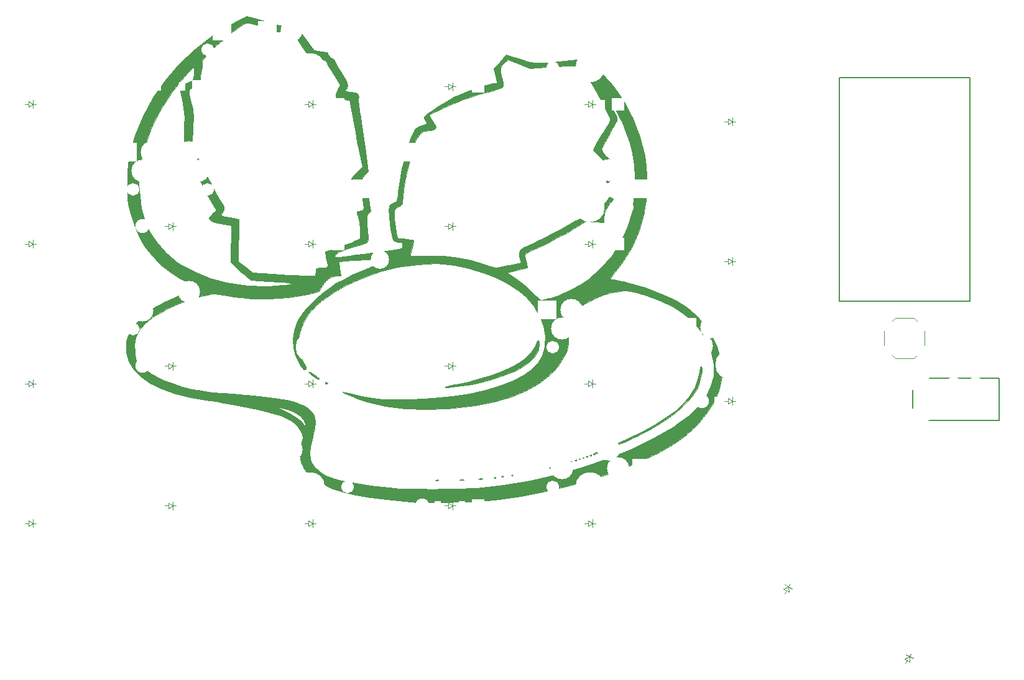
<source format=gto>
%TF.GenerationSoftware,KiCad,Pcbnew,(5.1.9)-1*%
%TF.CreationDate,2021-08-27T08:52:58-07:00*%
%TF.ProjectId,small,736d616c-6c2e-46b6-9963-61645f706362,VERSION_HERE*%
%TF.SameCoordinates,Original*%
%TF.FileFunction,Legend,Top*%
%TF.FilePolarity,Positive*%
%FSLAX46Y46*%
G04 Gerber Fmt 4.6, Leading zero omitted, Abs format (unit mm)*
G04 Created by KiCad (PCBNEW (5.1.9)-1) date 2021-08-27 08:52:58*
%MOMM*%
%LPD*%
G01*
G04 APERTURE LIST*
%ADD10C,0.150000*%
%ADD11C,0.120000*%
%ADD12C,0.010000*%
%ADD13C,0.100000*%
%ADD14C,0.250000*%
%ADD15O,3.700000X1.700000*%
%ADD16C,1.200000*%
%ADD17O,2.200000X1.700000*%
%ADD18R,1.700000X1.000000*%
%ADD19R,1.600000X1.600000*%
%ADD20C,1.600000*%
%ADD21R,0.900000X1.200000*%
%ADD22C,1.905000*%
%ADD23R,1.778000X1.778000*%
%ADD24C,4.750000*%
%ADD25C,2.500000*%
%ADD26C,3.987800*%
%ADD27C,1.701800*%
%ADD28C,3.000000*%
%ADD29R,2.550000X2.500000*%
G04 APERTURE END LIST*
D10*
%TO.C,TRRS1*%
X281931840Y-144737880D02*
X270181840Y-144737880D01*
X270181840Y-144737880D02*
X270181840Y-150537880D01*
X281931840Y-150537880D02*
X281931840Y-144737880D01*
X270181840Y-150537880D02*
X281931840Y-150537880D01*
D11*
%TO.C,REF\u002A\u002A*%
X267382380Y-141603710D02*
X267832380Y-142053710D01*
X270782380Y-141603710D02*
X270332380Y-142053710D01*
X270782380Y-137003710D02*
X270332380Y-136553710D01*
X267382380Y-137003710D02*
X267832380Y-136553710D01*
X271832380Y-138303710D02*
X271832380Y-140303710D01*
X267832380Y-142053710D02*
X270332380Y-142053710D01*
X266332380Y-138303710D02*
X266332380Y-140303710D01*
X267832380Y-136553710D02*
X270332380Y-136553710D01*
D12*
%TO.C,G\u002A\u002A\u002A*%
G36*
X180822902Y-95748190D02*
G01*
X181594339Y-95964582D01*
X182373226Y-96206184D01*
X182991815Y-96420945D01*
X182995297Y-96422274D01*
X183584410Y-96616819D01*
X184064354Y-96670728D01*
X184626184Y-96600080D01*
X184769319Y-96571570D01*
X185246310Y-96489959D01*
X185626347Y-96492811D01*
X185962061Y-96616409D01*
X186306081Y-96897033D01*
X186711039Y-97370964D01*
X187229564Y-98074483D01*
X187497453Y-98452226D01*
X188628172Y-100054096D01*
X189720617Y-100224068D01*
X190451119Y-100355023D01*
X190905806Y-100493338D01*
X191146546Y-100672160D01*
X191235209Y-100924635D01*
X191241800Y-101039033D01*
X191334887Y-101328588D01*
X191582152Y-101819190D01*
X191942755Y-102435005D01*
X192257800Y-102925599D01*
X192818396Y-103822292D01*
X193151177Y-104495744D01*
X193263410Y-104966499D01*
X193162359Y-105255107D01*
X193099063Y-105304706D01*
X192923150Y-105498511D01*
X193054665Y-105645023D01*
X193463279Y-105721796D01*
X193670996Y-105728039D01*
X194312313Y-105810857D01*
X194663098Y-106062618D01*
X194729139Y-106488284D01*
X194704048Y-106613754D01*
X194686070Y-106966655D01*
X194729003Y-107543441D01*
X194823684Y-108236659D01*
X194860631Y-108450285D01*
X194966537Y-109080290D01*
X195102948Y-109963161D01*
X195257640Y-111015801D01*
X195418386Y-112155117D01*
X195564949Y-113237395D01*
X196009752Y-116598083D01*
X195541522Y-117086810D01*
X195250241Y-117409212D01*
X195174118Y-117611055D01*
X195292477Y-117814836D01*
X195398511Y-117934109D01*
X195611352Y-118329422D01*
X195832340Y-119048465D01*
X196057037Y-120076536D01*
X196076725Y-120180694D01*
X196226576Y-120997141D01*
X196313367Y-121542820D01*
X196338377Y-121879462D01*
X196302888Y-122068796D01*
X196208179Y-122172553D01*
X196119058Y-122221583D01*
X195950197Y-122365236D01*
X195851973Y-122628899D01*
X195821205Y-123064623D01*
X195854711Y-123724462D01*
X195949309Y-124660467D01*
X195962790Y-124778040D01*
X196011822Y-125393359D01*
X196010380Y-125882810D01*
X195958962Y-126143701D01*
X195956119Y-126147616D01*
X195727401Y-126286235D01*
X195272990Y-126465495D01*
X194752088Y-126628715D01*
X193553284Y-126987848D01*
X192601975Y-127322481D01*
X191920396Y-127623014D01*
X191530786Y-127879847D01*
X191445686Y-128056148D01*
X191636430Y-128271170D01*
X191835551Y-128289316D01*
X192142026Y-128248875D01*
X192721319Y-128173146D01*
X193510381Y-128070316D01*
X194446166Y-127948575D01*
X195465625Y-127816109D01*
X196505712Y-127681105D01*
X197503379Y-127551753D01*
X198395579Y-127436240D01*
X199119264Y-127342752D01*
X199611386Y-127279479D01*
X199618396Y-127278583D01*
X200184158Y-127194092D01*
X200495910Y-127093922D01*
X200636919Y-126931711D01*
X200687977Y-126683040D01*
X200685686Y-126354539D01*
X200508361Y-126232456D01*
X200234406Y-126217373D01*
X199785405Y-126139651D01*
X199484791Y-125974911D01*
X199354385Y-125696207D01*
X199217648Y-125160010D01*
X199087084Y-124446968D01*
X198975196Y-123637729D01*
X198894487Y-122812942D01*
X198869607Y-122302461D01*
X199548871Y-122302461D01*
X199584336Y-122852659D01*
X199674313Y-123653331D01*
X199730207Y-124110599D01*
X199828846Y-124857383D01*
X199916549Y-125329351D01*
X200014636Y-125588811D01*
X200144423Y-125698074D01*
X200280541Y-125719093D01*
X200749242Y-125746081D01*
X201286896Y-125796465D01*
X201780094Y-125857046D01*
X202115430Y-125914624D01*
X202193181Y-125941713D01*
X202184721Y-126122663D01*
X202104066Y-126534260D01*
X201993188Y-126990852D01*
X201856317Y-127530259D01*
X201762678Y-127925924D01*
X201734936Y-128073283D01*
X201894252Y-128101732D01*
X202332758Y-128118588D01*
X202991149Y-128123061D01*
X203810120Y-128114361D01*
X204205193Y-128106178D01*
X206337157Y-128130099D01*
X208268394Y-128319000D01*
X210101628Y-128687487D01*
X211725730Y-129175463D01*
X212432915Y-129405507D01*
X213037031Y-129577716D01*
X213456224Y-129670037D01*
X213588396Y-129677282D01*
X213861584Y-129621947D01*
X214374969Y-129518051D01*
X215036797Y-129384160D01*
X215337712Y-129323295D01*
X216833027Y-129020863D01*
X216712834Y-128508118D01*
X216610264Y-128053074D01*
X216574823Y-127710395D01*
X216645461Y-127437677D01*
X216861131Y-127192516D01*
X217260783Y-126932508D01*
X217883369Y-126615247D01*
X218767840Y-126198331D01*
X218884787Y-126143632D01*
X219945301Y-125630557D01*
X221124990Y-125032608D01*
X222282567Y-124422843D01*
X223276744Y-123874318D01*
X223307597Y-123856697D01*
X224146413Y-123381814D01*
X224763419Y-123052573D01*
X225228445Y-122842444D01*
X225611317Y-122724895D01*
X225981863Y-122673397D01*
X226409911Y-122661419D01*
X226453656Y-122661373D01*
X227032741Y-122648616D01*
X227336864Y-122598770D01*
X227429150Y-122494473D01*
X227409125Y-122398594D01*
X227466031Y-122134584D01*
X227736715Y-121647504D01*
X228205627Y-120963488D01*
X228491675Y-120579291D01*
X228959185Y-119954022D01*
X229339543Y-119425618D01*
X229591669Y-119052498D01*
X229675063Y-118896294D01*
X229545274Y-118735301D01*
X229220046Y-118483711D01*
X229074586Y-118387263D01*
X228474110Y-118004706D01*
X228578740Y-116904040D01*
X228683371Y-115803373D01*
X227658191Y-114730878D01*
X226633012Y-113658384D01*
X226909988Y-113122771D01*
X227123878Y-112744592D01*
X227465827Y-112178313D01*
X227877938Y-111518885D01*
X228092347Y-111183701D01*
X228479206Y-110562597D01*
X228783607Y-110033109D01*
X228964922Y-109668181D01*
X228997730Y-109558183D01*
X228917238Y-109292202D01*
X228694885Y-108786781D01*
X228359355Y-108095072D01*
X227939334Y-107270226D01*
X227463505Y-106365394D01*
X226960553Y-105433727D01*
X226459162Y-104528377D01*
X225988017Y-103702494D01*
X225575803Y-103009230D01*
X225251202Y-102501736D01*
X225046362Y-102236443D01*
X224872966Y-102173789D01*
X224497435Y-102145352D01*
X223888308Y-102151678D01*
X223014128Y-102193314D01*
X221843435Y-102270806D01*
X221462396Y-102298694D01*
X218075730Y-102550540D01*
X216562197Y-101938376D01*
X215048664Y-101326211D01*
X214641648Y-101706792D01*
X214253864Y-102113798D01*
X214058415Y-102487292D01*
X214033114Y-102934301D01*
X214155773Y-103561850D01*
X214212092Y-103778797D01*
X214362240Y-104384082D01*
X214413886Y-104754191D01*
X214370111Y-104977024D01*
X214258992Y-105117416D01*
X214004719Y-105247450D01*
X213493912Y-105429060D01*
X212800195Y-105638391D01*
X211997195Y-105851587D01*
X211979730Y-105855924D01*
X211049837Y-106101801D01*
X210105822Y-106377310D01*
X209270622Y-106645247D01*
X208762396Y-106829551D01*
X208213162Y-107055851D01*
X207527675Y-107350827D01*
X206773226Y-107683957D01*
X206017109Y-108024715D01*
X205326616Y-108342577D01*
X204769039Y-108607020D01*
X204411673Y-108787519D01*
X204318827Y-108845164D01*
X204373113Y-109005243D01*
X204579078Y-109352799D01*
X204800590Y-109681043D01*
X205107080Y-110148698D01*
X205222967Y-110443251D01*
X205175530Y-110650870D01*
X205128144Y-110715644D01*
X204799823Y-110921574D01*
X204465996Y-110990255D01*
X203683980Y-111099330D01*
X203114322Y-111409328D01*
X202682662Y-111973714D01*
X202472300Y-112423743D01*
X202184187Y-113237688D01*
X201881156Y-114277244D01*
X201580576Y-115461467D01*
X201299818Y-116709414D01*
X201056252Y-117940139D01*
X200867246Y-119072699D01*
X200750171Y-120026150D01*
X200719965Y-120589779D01*
X200665612Y-120989950D01*
X200442495Y-121250984D01*
X200126396Y-121425475D01*
X199856683Y-121564245D01*
X199676333Y-121717301D01*
X199576633Y-121943691D01*
X199548871Y-122302461D01*
X198869607Y-122302461D01*
X198857461Y-122053257D01*
X198856396Y-121921598D01*
X198876389Y-121424512D01*
X198979986Y-121146276D01*
X199232618Y-120967558D01*
X199426477Y-120881897D01*
X199721583Y-120742148D01*
X199901471Y-120571228D01*
X200006658Y-120282581D01*
X200077658Y-119789649D01*
X200115968Y-119408871D01*
X200314352Y-117872133D01*
X200609678Y-116270364D01*
X200980276Y-114689470D01*
X201404480Y-113215359D01*
X201860621Y-111933938D01*
X202186768Y-111198710D01*
X202471963Y-110761524D01*
X202870145Y-110477467D01*
X203306986Y-110307353D01*
X203777243Y-110141204D01*
X203978809Y-110011763D01*
X203967431Y-109858607D01*
X203862704Y-109705048D01*
X203663437Y-109376109D01*
X203603115Y-109185656D01*
X203737394Y-109018173D01*
X204106708Y-108719595D01*
X204652904Y-108328343D01*
X205317829Y-107882841D01*
X206043330Y-107421510D01*
X206771255Y-106982774D01*
X207443450Y-106605053D01*
X207746396Y-106448129D01*
X208359000Y-106168292D01*
X209136005Y-105850268D01*
X210005631Y-105519246D01*
X210896099Y-105200414D01*
X211735632Y-104918962D01*
X212452448Y-104700077D01*
X212974771Y-104568949D01*
X213176177Y-104542706D01*
X213488662Y-104527822D01*
X213586386Y-104500373D01*
X213545478Y-104327684D01*
X213441970Y-103926127D01*
X213340225Y-103540652D01*
X213096073Y-102623264D01*
X213940031Y-101649071D01*
X214783988Y-100674878D01*
X215837192Y-100984223D01*
X216545058Y-101202288D01*
X217255115Y-101436994D01*
X217652396Y-101578218D01*
X218144746Y-101706948D01*
X218793082Y-101774095D01*
X219632792Y-101778676D01*
X220699266Y-101719706D01*
X222027892Y-101596201D01*
X223611079Y-101412513D01*
X224373917Y-101315977D01*
X224944081Y-101263218D01*
X225388052Y-101281731D01*
X225772313Y-101399012D01*
X226163345Y-101642556D01*
X226627631Y-102039858D01*
X227231651Y-102618413D01*
X227751479Y-103124882D01*
X229436841Y-104993062D01*
X230892512Y-107091250D01*
X232100236Y-109384898D01*
X233041757Y-111839456D01*
X233686429Y-114356740D01*
X233875323Y-115717217D01*
X233964651Y-117280680D01*
X233955811Y-118926843D01*
X233850198Y-120535425D01*
X233649208Y-121986143D01*
X233594690Y-122261011D01*
X232940923Y-124612560D01*
X232001868Y-126793152D01*
X230760744Y-128838228D01*
X230004972Y-129841795D01*
X229569751Y-130392857D01*
X229229120Y-130843282D01*
X229029972Y-131130038D01*
X228997730Y-131195621D01*
X229138328Y-131281694D01*
X229297946Y-131297373D01*
X229582936Y-131337330D01*
X230110075Y-131445007D01*
X230793951Y-131602112D01*
X231287613Y-131723472D01*
X233765395Y-132428802D01*
X235933150Y-133222157D01*
X237811153Y-134116754D01*
X239419680Y-135125816D01*
X240779006Y-136262562D01*
X241909406Y-137540213D01*
X242831155Y-138971989D01*
X243050058Y-139393104D01*
X243480787Y-140435137D01*
X243829347Y-141614584D01*
X244071177Y-142816584D01*
X244181714Y-143926270D01*
X244165611Y-144609771D01*
X243852112Y-146213985D01*
X243226347Y-147789780D01*
X242280849Y-149350733D01*
X241008155Y-150910422D01*
X240298832Y-151642968D01*
X238961149Y-152791130D01*
X237316280Y-153917972D01*
X235395553Y-155012324D01*
X233230297Y-156063014D01*
X230851840Y-157058872D01*
X228291510Y-157988728D01*
X225580637Y-158841409D01*
X222750548Y-159605745D01*
X219832571Y-160270565D01*
X216858037Y-160824699D01*
X213858272Y-161256974D01*
X213082922Y-161347488D01*
X212159930Y-161431433D01*
X210999906Y-161508642D01*
X209677282Y-161576769D01*
X208266489Y-161633469D01*
X206841957Y-161676394D01*
X205478118Y-161703200D01*
X204249402Y-161711541D01*
X203230241Y-161699071D01*
X202666396Y-161675791D01*
X200154977Y-161484849D01*
X197832383Y-161235377D01*
X195729019Y-160932317D01*
X193875291Y-160580611D01*
X192301604Y-160185201D01*
X191183585Y-159809343D01*
X190330789Y-159415586D01*
X189393742Y-158889129D01*
X188511170Y-158313465D01*
X187869652Y-157814882D01*
X187289389Y-157096388D01*
X186895252Y-156181281D01*
X186708625Y-155168848D01*
X186750892Y-154158372D01*
X186936764Y-153483511D01*
X187109298Y-152887845D01*
X187075383Y-152372762D01*
X186810810Y-151839084D01*
X186409548Y-151323610D01*
X185979542Y-150880323D01*
X185481800Y-150498132D01*
X184873798Y-150160476D01*
X184113013Y-149850794D01*
X183156922Y-149552524D01*
X181963002Y-149249105D01*
X180488730Y-148923975D01*
X179975244Y-148817642D01*
X179807862Y-148784201D01*
X183800872Y-148784201D01*
X183987699Y-148913888D01*
X184486904Y-149139547D01*
X184503461Y-149146369D01*
X185138250Y-149452899D01*
X185807154Y-149848948D01*
X186430533Y-150278576D01*
X186928749Y-150685843D01*
X187222162Y-151014810D01*
X187254313Y-151078602D01*
X187393790Y-151235712D01*
X187465289Y-151211591D01*
X187466219Y-151004265D01*
X187326211Y-150630232D01*
X187263150Y-150506021D01*
X186828669Y-149931537D01*
X186183199Y-149474436D01*
X185271051Y-149098156D01*
X184982662Y-149008851D01*
X184311553Y-148827895D01*
X183913223Y-148754274D01*
X183800872Y-148784201D01*
X179807862Y-148784201D01*
X178754387Y-148573730D01*
X177513682Y-148336467D01*
X176336817Y-148121099D01*
X175307477Y-147942869D01*
X174509350Y-147817020D01*
X174387730Y-147799873D01*
X171924087Y-147382178D01*
X169752267Y-146845924D01*
X167876559Y-146193833D01*
X166301254Y-145428623D01*
X165030642Y-144553013D01*
X164069014Y-143569724D01*
X163420661Y-142481473D01*
X163089872Y-141290981D01*
X163044790Y-140610706D01*
X163081394Y-140193957D01*
X164193972Y-140193957D01*
X164244373Y-141000753D01*
X164311982Y-141541813D01*
X164341342Y-141958231D01*
X164336143Y-142092894D01*
X164433893Y-142357054D01*
X164750966Y-142750279D01*
X165224013Y-143215110D01*
X165789682Y-143694090D01*
X166384624Y-144129761D01*
X166945489Y-144464663D01*
X166958191Y-144471079D01*
X168085724Y-144981460D01*
X169392659Y-145483311D01*
X170723281Y-145919181D01*
X171380285Y-146102609D01*
X172096607Y-146270673D01*
X172885453Y-146417939D01*
X173796189Y-146550474D01*
X174878179Y-146674344D01*
X176180789Y-146795618D01*
X177753383Y-146920361D01*
X178445137Y-146970875D01*
X180318958Y-147117709D01*
X181898544Y-147270904D01*
X183228326Y-147437074D01*
X184352736Y-147622833D01*
X185316204Y-147834796D01*
X186163162Y-148079577D01*
X186375515Y-148151414D01*
X187430664Y-148606159D01*
X188180500Y-149146067D01*
X188640047Y-149804068D01*
X188824332Y-150613094D01*
X188748380Y-151606077D01*
X188459126Y-152718040D01*
X188125460Y-154041593D01*
X188052078Y-155164425D01*
X188247917Y-156112794D01*
X188721913Y-156912958D01*
X189483003Y-157591175D01*
X190273185Y-158048239D01*
X191029418Y-158343690D01*
X192071889Y-158638194D01*
X193348274Y-158922461D01*
X194806246Y-159187199D01*
X196393480Y-159423117D01*
X198057651Y-159620925D01*
X199746434Y-159771330D01*
X200126396Y-159797818D01*
X200969580Y-159837072D01*
X202068528Y-159863982D01*
X203349878Y-159878966D01*
X204740271Y-159882445D01*
X206166344Y-159874838D01*
X207554737Y-159856565D01*
X208832088Y-159828045D01*
X209925036Y-159789698D01*
X210760220Y-159741944D01*
X210827506Y-159736604D01*
X214471724Y-159327618D01*
X218127588Y-158705701D01*
X221748302Y-157885656D01*
X225287073Y-156882287D01*
X228697109Y-155710400D01*
X231931614Y-154384799D01*
X234943796Y-152920288D01*
X237686861Y-151331672D01*
X237972396Y-151148533D01*
X239648759Y-149922622D01*
X240998484Y-148631667D01*
X242020159Y-147279454D01*
X242712373Y-145869773D01*
X243073717Y-144406410D01*
X243102779Y-142893154D01*
X242798149Y-141333792D01*
X242195909Y-139808078D01*
X241342110Y-138352782D01*
X240278810Y-137071699D01*
X238981702Y-135946458D01*
X237426480Y-134958687D01*
X235588839Y-134090016D01*
X233739063Y-133416085D01*
X232878729Y-133144078D01*
X232238736Y-132968714D01*
X231720029Y-132874024D01*
X231223553Y-132844040D01*
X230650252Y-132862793D01*
X230404397Y-132878508D01*
X229123169Y-133082382D01*
X227781100Y-133499376D01*
X226467418Y-134086665D01*
X225271355Y-134801427D01*
X224282142Y-135600837D01*
X223914436Y-135993159D01*
X223347775Y-136668116D01*
X223336419Y-138597078D01*
X223324962Y-139458144D01*
X223290789Y-140078401D01*
X223216284Y-140555668D01*
X223083831Y-140987764D01*
X222875814Y-141472507D01*
X222782950Y-141670483D01*
X221930131Y-143076687D01*
X220773172Y-144341849D01*
X219316811Y-145463815D01*
X217565787Y-146440432D01*
X215524837Y-147269544D01*
X213198700Y-147948998D01*
X210592113Y-148476641D01*
X207709815Y-148850317D01*
X206814547Y-148930264D01*
X203926423Y-149042035D01*
X201105789Y-148912363D01*
X198406159Y-148547388D01*
X195881046Y-147953250D01*
X194571112Y-147525613D01*
X193612481Y-147168554D01*
X192958888Y-146905068D01*
X192613868Y-146737284D01*
X192580958Y-146667330D01*
X192863693Y-146697333D01*
X193380236Y-146809016D01*
X195076714Y-147181352D01*
X196601089Y-147443268D01*
X198069111Y-147606271D01*
X199596532Y-147681866D01*
X201299100Y-147681558D01*
X201989063Y-147664734D01*
X204792713Y-147518780D01*
X207413133Y-147254887D01*
X209833492Y-146878673D01*
X212036960Y-146395756D01*
X214006707Y-145811754D01*
X215725902Y-145132287D01*
X217177715Y-144362971D01*
X218345316Y-143509425D01*
X219211874Y-142577267D01*
X219686469Y-141757112D01*
X220085724Y-140422460D01*
X220165058Y-139045327D01*
X219935329Y-137655894D01*
X219407395Y-136284346D01*
X218995298Y-135615373D01*
X222732396Y-135615373D01*
X222817063Y-135700040D01*
X222901730Y-135615373D01*
X222817063Y-135530706D01*
X222732396Y-135615373D01*
X218995298Y-135615373D01*
X218592113Y-134960868D01*
X217500343Y-133715642D01*
X216473590Y-132825654D01*
X215083640Y-131902987D01*
X213441452Y-131064436D01*
X211703861Y-130369453D01*
X214890341Y-130369453D01*
X216059702Y-131120575D01*
X216750706Y-131616033D01*
X217517940Y-132245426D01*
X218215084Y-132887411D01*
X218329730Y-133003045D01*
X218812792Y-133496982D01*
X219198392Y-133886378D01*
X219432077Y-134116493D01*
X219475842Y-134155216D01*
X219648675Y-134124433D01*
X220066255Y-134024132D01*
X220646685Y-133874219D01*
X220799777Y-133833430D01*
X222134844Y-133381707D01*
X223561810Y-132736848D01*
X224951747Y-131962489D01*
X225956257Y-131288210D01*
X227717724Y-129788404D01*
X229205095Y-128094612D01*
X230412581Y-126219504D01*
X231334392Y-124175749D01*
X231964740Y-121976016D01*
X232297835Y-119632974D01*
X232335404Y-117327373D01*
X232221026Y-115607824D01*
X232010950Y-114102556D01*
X231677012Y-112698898D01*
X231191054Y-111284183D01*
X230524914Y-109745742D01*
X230346209Y-109368706D01*
X229981542Y-108630878D01*
X229653421Y-108005689D01*
X229382023Y-107524979D01*
X229187524Y-107220587D01*
X229090100Y-107124353D01*
X229109928Y-107268117D01*
X229246341Y-107633040D01*
X229496666Y-108236217D01*
X229752647Y-108839484D01*
X229768184Y-108875502D01*
X229921466Y-109381515D01*
X229874003Y-109679835D01*
X229735512Y-109903087D01*
X229480047Y-110357519D01*
X229146091Y-110973438D01*
X228830228Y-111570040D01*
X228461728Y-112263166D01*
X228140439Y-112848634D01*
X227904142Y-113258757D01*
X227797897Y-113419418D01*
X227832703Y-113614235D01*
X228067961Y-113993634D01*
X228466829Y-114500564D01*
X228582814Y-114634872D01*
X229035593Y-115158218D01*
X229301349Y-115513430D01*
X229416712Y-115786691D01*
X229418308Y-116064182D01*
X229344133Y-116426160D01*
X229220636Y-117021427D01*
X229224012Y-117393532D01*
X229401551Y-117648494D01*
X229800543Y-117892335D01*
X230056063Y-118022224D01*
X230545697Y-118273057D01*
X230898946Y-118463141D01*
X231019808Y-118537266D01*
X230948426Y-118682310D01*
X230690949Y-119001719D01*
X230300584Y-119430212D01*
X230242815Y-119490562D01*
X229452342Y-120332506D01*
X228881849Y-120998584D01*
X228499094Y-121538941D01*
X228271838Y-122003720D01*
X228167840Y-122443065D01*
X228151063Y-122743899D01*
X228151063Y-123553545D01*
X226923396Y-123461201D01*
X225695730Y-123368857D01*
X223843628Y-124474911D01*
X222910521Y-125014409D01*
X221876901Y-125582516D01*
X220813129Y-126143323D01*
X219789566Y-126660921D01*
X218876572Y-127099400D01*
X218144507Y-127422850D01*
X217831664Y-127543203D01*
X217460622Y-127708484D01*
X217341928Y-127916001D01*
X217379455Y-128205233D01*
X217492634Y-128731225D01*
X217588260Y-129205968D01*
X217691168Y-129739231D01*
X216290754Y-130054342D01*
X214890341Y-130369453D01*
X211703861Y-130369453D01*
X211629025Y-130339521D01*
X209728359Y-129757760D01*
X207821454Y-129348672D01*
X206295387Y-129161613D01*
X205286887Y-129133590D01*
X204055964Y-129173737D01*
X202710005Y-129273278D01*
X201356396Y-129423435D01*
X200102522Y-129615431D01*
X199632768Y-129706165D01*
X197955175Y-130130589D01*
X196243596Y-130701817D01*
X194549346Y-131392694D01*
X192923738Y-132176063D01*
X191418088Y-133024770D01*
X190083711Y-133911658D01*
X188971921Y-134809571D01*
X188134033Y-135691355D01*
X188007592Y-135858197D01*
X187207572Y-137181003D01*
X186721728Y-138524558D01*
X186544211Y-139653181D01*
X186528204Y-140695046D01*
X186677093Y-141547209D01*
X187019240Y-142329897D01*
X187270244Y-142730686D01*
X187531533Y-143201342D01*
X187576554Y-143499573D01*
X187406040Y-143588989D01*
X187253726Y-143549328D01*
X187029623Y-143333170D01*
X186744776Y-142880535D01*
X186440304Y-142277927D01*
X186157323Y-141611855D01*
X185936951Y-140968825D01*
X185842074Y-140579353D01*
X185782684Y-139527300D01*
X185941175Y-138362497D01*
X186296857Y-137212569D01*
X186440917Y-136885373D01*
X186817766Y-136276422D01*
X187413422Y-135531852D01*
X188169875Y-134711154D01*
X189029115Y-133873818D01*
X189933132Y-133079335D01*
X190823917Y-132387196D01*
X190834547Y-132379570D01*
X191658834Y-131850650D01*
X192714901Y-131264901D01*
X193911251Y-130666417D01*
X195156384Y-130099292D01*
X196358802Y-129607620D01*
X197228752Y-129298156D01*
X197920528Y-129064265D01*
X198320477Y-128902003D01*
X198463160Y-128792617D01*
X198383133Y-128717354D01*
X198329419Y-128700876D01*
X197801659Y-128625007D01*
X196958407Y-128596551D01*
X195793454Y-128615506D01*
X194300593Y-128681873D01*
X193969240Y-128700425D01*
X192045416Y-128811271D01*
X192157315Y-129800322D01*
X192269213Y-130789373D01*
X191710471Y-130801749D01*
X190911563Y-130980945D01*
X190227309Y-131469492D01*
X189721893Y-132174750D01*
X189308057Y-132948906D01*
X187774560Y-133298715D01*
X185223530Y-133743506D01*
X182600740Y-133944397D01*
X180038582Y-133892173D01*
X179674472Y-133862550D01*
X178706696Y-133764276D01*
X177737361Y-133646203D01*
X176880474Y-133523344D01*
X176261509Y-133413150D01*
X175677088Y-133299976D01*
X175215213Y-133253599D01*
X174758037Y-133278876D01*
X174187712Y-133380665D01*
X173552176Y-133524813D01*
X172161428Y-133890878D01*
X170881889Y-134322572D01*
X169588365Y-134867497D01*
X168155660Y-135573253D01*
X168131357Y-135585885D01*
X166710646Y-136420946D01*
X165617454Y-137284097D01*
X164840879Y-138190524D01*
X164370019Y-139155415D01*
X164193972Y-140193957D01*
X163081394Y-140193957D01*
X163117772Y-139779790D01*
X163354749Y-138996536D01*
X163788490Y-138193523D01*
X164451764Y-137303334D01*
X164912977Y-136767060D01*
X165667168Y-135999948D01*
X166462846Y-135373641D01*
X167392055Y-134827205D01*
X168546838Y-134299704D01*
X168789949Y-134200373D01*
X169864462Y-133718728D01*
X170636745Y-133254147D01*
X171140690Y-132782250D01*
X171394300Y-132326919D01*
X171471611Y-132062042D01*
X171444680Y-131866888D01*
X171260913Y-131677680D01*
X170867717Y-131430642D01*
X170470000Y-131206095D01*
X169145983Y-130355708D01*
X167861507Y-129328169D01*
X166709988Y-128206687D01*
X165784841Y-127074468D01*
X165709955Y-126966188D01*
X165051022Y-125848396D01*
X164432018Y-124524212D01*
X163910885Y-123125431D01*
X163682022Y-122353483D01*
X163498393Y-121611814D01*
X163373603Y-120950066D01*
X163296870Y-120267400D01*
X163257408Y-119462978D01*
X163244434Y-118435963D01*
X163244132Y-118271298D01*
X164817089Y-118271298D01*
X164907071Y-119963753D01*
X165137861Y-121578923D01*
X165502720Y-123011299D01*
X165613268Y-123326262D01*
X166335613Y-124838439D01*
X167331692Y-126310408D01*
X168538426Y-127666594D01*
X169892734Y-128831423D01*
X170624929Y-129330567D01*
X172466992Y-130308420D01*
X174533019Y-131105886D01*
X176746885Y-131699553D01*
X179032462Y-132066005D01*
X179720505Y-132128116D01*
X180552167Y-132184824D01*
X181244608Y-132216553D01*
X181889050Y-132221649D01*
X182576711Y-132198457D01*
X183398811Y-132145323D01*
X184446572Y-132060591D01*
X184717063Y-132037491D01*
X185361764Y-131977189D01*
X185701961Y-131927783D01*
X185771112Y-131878362D01*
X185602677Y-131818015D01*
X185479063Y-131788993D01*
X185095253Y-131732549D01*
X184453717Y-131669430D01*
X183635128Y-131606372D01*
X182720161Y-131550110D01*
X182450179Y-131536119D01*
X180013961Y-131415426D01*
X179148179Y-130656481D01*
X178616250Y-130181326D01*
X178113771Y-129717834D01*
X177808823Y-129424586D01*
X177335250Y-128951635D01*
X177387232Y-123931373D01*
X175986193Y-123670383D01*
X175127731Y-123480180D01*
X174590360Y-123278664D01*
X174356593Y-123046744D01*
X174408943Y-122765329D01*
X174729924Y-122415330D01*
X174789851Y-122364314D01*
X175355759Y-121891874D01*
X174194411Y-119852215D01*
X173707535Y-118965572D01*
X173232599Y-118045466D01*
X172823012Y-117198703D01*
X172532185Y-116532090D01*
X172525063Y-116513972D01*
X172235803Y-115826109D01*
X171994186Y-115395033D01*
X171754599Y-115151958D01*
X171557354Y-115054599D01*
X171314818Y-114937195D01*
X171136890Y-114748849D01*
X171016545Y-114444517D01*
X170946758Y-113979154D01*
X170920504Y-113307715D01*
X170930758Y-112385157D01*
X170966712Y-111267417D01*
X171000983Y-110152552D01*
X171006063Y-109284075D01*
X170976889Y-108570572D01*
X170908397Y-107920624D01*
X170795525Y-107242815D01*
X170723626Y-106878425D01*
X170571322Y-106108794D01*
X170489453Y-105598119D01*
X170485991Y-105516007D01*
X171626893Y-105516007D01*
X171641265Y-105878592D01*
X171754107Y-106457752D01*
X171931572Y-107212016D01*
X172038111Y-107668770D01*
X172116955Y-108067902D01*
X172168984Y-108462844D01*
X172195078Y-108907027D01*
X172196117Y-109453882D01*
X172172980Y-110156840D01*
X172126547Y-111069334D01*
X172057699Y-112244793D01*
X172023694Y-112806940D01*
X171999067Y-113396493D01*
X172030269Y-113737017D01*
X172139617Y-113916489D01*
X172330344Y-114015721D01*
X172606553Y-114248805D01*
X172922604Y-114765700D01*
X173269509Y-115532051D01*
X173594808Y-116273991D01*
X173993759Y-117092850D01*
X174493340Y-118039637D01*
X175120530Y-119165355D01*
X175902306Y-120521013D01*
X175965582Y-120629373D01*
X176262481Y-121159169D01*
X176397344Y-121505007D01*
X176386997Y-121770511D01*
X176248266Y-122059305D01*
X176208557Y-122125732D01*
X176051601Y-122431864D01*
X176025199Y-122574857D01*
X176206678Y-122631645D01*
X176631867Y-122730929D01*
X177211751Y-122852036D01*
X177260470Y-122861714D01*
X178439877Y-123095136D01*
X178362889Y-128842040D01*
X179303523Y-129604040D01*
X180244156Y-130366040D01*
X182988609Y-130550957D01*
X184071328Y-130618739D01*
X185179672Y-130679209D01*
X186206112Y-130727073D01*
X187043123Y-130757039D01*
X187288667Y-130762624D01*
X188844272Y-130789373D01*
X188897334Y-130239040D01*
X188947656Y-129908902D01*
X189078112Y-129748798D01*
X189383714Y-129699723D01*
X189765299Y-129700009D01*
X190250745Y-129694717D01*
X190474783Y-129633749D01*
X190514348Y-129476178D01*
X190481710Y-129318893D01*
X190395739Y-128897365D01*
X190305937Y-128343671D01*
X190286866Y-128206923D01*
X190190513Y-127487373D01*
X191602455Y-127037530D01*
X192404466Y-126766200D01*
X193225854Y-126462743D01*
X193906704Y-126186609D01*
X193988063Y-126150665D01*
X194961730Y-125713643D01*
X194960785Y-124907175D01*
X194926359Y-124269339D01*
X194841551Y-123659303D01*
X194807886Y-123508040D01*
X194629234Y-122795528D01*
X194535599Y-122348404D01*
X194524510Y-122104884D01*
X194593497Y-122003182D01*
X194740089Y-121981516D01*
X194746837Y-121981447D01*
X195103319Y-121942958D01*
X195314096Y-121795973D01*
X195398395Y-121481896D01*
X195375441Y-120942133D01*
X195293697Y-120314752D01*
X195182071Y-119619014D01*
X195065912Y-119161784D01*
X194901482Y-118845182D01*
X194645044Y-118571328D01*
X194434196Y-118391258D01*
X194052513Y-118021571D01*
X193815158Y-117687724D01*
X193776396Y-117558129D01*
X193896774Y-117295206D01*
X194207621Y-116918042D01*
X194516677Y-116620881D01*
X195256958Y-115972706D01*
X194765547Y-113602040D01*
X194539414Y-112482793D01*
X194295397Y-111228635D01*
X194064108Y-109999292D01*
X193889318Y-109030040D01*
X193504500Y-106828706D01*
X192582115Y-106744040D01*
X191960102Y-106632764D01*
X191643781Y-106413768D01*
X191610922Y-106043878D01*
X191839293Y-105479922D01*
X191885944Y-105392070D01*
X192205037Y-104802101D01*
X191418721Y-103529404D01*
X191034252Y-102891544D01*
X190699644Y-102308512D01*
X190471520Y-101879862D01*
X190430031Y-101791040D01*
X190146820Y-101416120D01*
X189875677Y-101325373D01*
X189497031Y-101284601D01*
X188966732Y-101182285D01*
X188765142Y-101134366D01*
X188434420Y-101035606D01*
X188160756Y-100894386D01*
X187891974Y-100658779D01*
X187575897Y-100276855D01*
X187160349Y-99696687D01*
X186816454Y-99194941D01*
X186335707Y-98516333D01*
X185894610Y-97943727D01*
X185540613Y-97535483D01*
X185321165Y-97349961D01*
X185314457Y-97347540D01*
X184964957Y-97327008D01*
X184455405Y-97392546D01*
X184246693Y-97438895D01*
X183716319Y-97539399D01*
X183306347Y-97496210D01*
X182821253Y-97287638D01*
X182803991Y-97278852D01*
X182290512Y-97057214D01*
X181595369Y-96808468D01*
X180866040Y-96585251D01*
X180842275Y-96578704D01*
X180188683Y-96406617D01*
X179760463Y-96326622D01*
X179458111Y-96335148D01*
X179182126Y-96428620D01*
X179009546Y-96512894D01*
X178647835Y-96738605D01*
X178128620Y-97110381D01*
X177550154Y-97552297D01*
X177010693Y-97988424D01*
X176608494Y-98342835D01*
X176504396Y-98448767D01*
X176325028Y-98605243D01*
X175990426Y-98871075D01*
X175911730Y-98931617D01*
X175413411Y-99341330D01*
X174872736Y-99831126D01*
X174344678Y-100344841D01*
X173884207Y-100826311D01*
X173546293Y-101219371D01*
X173385907Y-101467859D01*
X173383868Y-101514346D01*
X173406288Y-101745835D01*
X173378755Y-102218321D01*
X173307393Y-102838807D01*
X173287392Y-102979342D01*
X173161360Y-103831792D01*
X173062179Y-104408146D01*
X172962429Y-104766600D01*
X172834692Y-104965349D01*
X172651547Y-105062587D01*
X172385576Y-105116509D01*
X172271595Y-105135283D01*
X171932358Y-105203596D01*
X171720691Y-105310756D01*
X171626893Y-105516007D01*
X170485991Y-105516007D01*
X170475810Y-105274569D01*
X170528183Y-105066317D01*
X170644364Y-104901535D01*
X170662206Y-104881583D01*
X171016461Y-104632527D01*
X171507034Y-104438252D01*
X171565419Y-104423461D01*
X171923536Y-104320642D01*
X172120474Y-104164505D01*
X172221363Y-103858212D01*
X172286303Y-103351623D01*
X172328796Y-102826325D01*
X172332434Y-102453668D01*
X172310491Y-102341373D01*
X172170789Y-102417570D01*
X171865637Y-102694633D01*
X171452803Y-103118734D01*
X171311025Y-103272706D01*
X169420419Y-105574829D01*
X167832076Y-107985196D01*
X166554870Y-110486981D01*
X165597674Y-113063355D01*
X165086495Y-115076567D01*
X164874651Y-116607067D01*
X164817089Y-118271298D01*
X163244132Y-118271298D01*
X163244108Y-118258706D01*
X163271797Y-116766467D01*
X163361010Y-115546617D01*
X163516443Y-114537684D01*
X163535228Y-114448706D01*
X164304962Y-111684071D01*
X165385630Y-109023490D01*
X166759545Y-106489144D01*
X168409021Y-104103211D01*
X170316371Y-101887871D01*
X172463907Y-99865303D01*
X174833945Y-98057686D01*
X177408795Y-96487201D01*
X178178693Y-96085611D01*
X179525607Y-95408396D01*
X180822902Y-95748190D01*
G37*
X180822902Y-95748190D02*
X181594339Y-95964582D01*
X182373226Y-96206184D01*
X182991815Y-96420945D01*
X182995297Y-96422274D01*
X183584410Y-96616819D01*
X184064354Y-96670728D01*
X184626184Y-96600080D01*
X184769319Y-96571570D01*
X185246310Y-96489959D01*
X185626347Y-96492811D01*
X185962061Y-96616409D01*
X186306081Y-96897033D01*
X186711039Y-97370964D01*
X187229564Y-98074483D01*
X187497453Y-98452226D01*
X188628172Y-100054096D01*
X189720617Y-100224068D01*
X190451119Y-100355023D01*
X190905806Y-100493338D01*
X191146546Y-100672160D01*
X191235209Y-100924635D01*
X191241800Y-101039033D01*
X191334887Y-101328588D01*
X191582152Y-101819190D01*
X191942755Y-102435005D01*
X192257800Y-102925599D01*
X192818396Y-103822292D01*
X193151177Y-104495744D01*
X193263410Y-104966499D01*
X193162359Y-105255107D01*
X193099063Y-105304706D01*
X192923150Y-105498511D01*
X193054665Y-105645023D01*
X193463279Y-105721796D01*
X193670996Y-105728039D01*
X194312313Y-105810857D01*
X194663098Y-106062618D01*
X194729139Y-106488284D01*
X194704048Y-106613754D01*
X194686070Y-106966655D01*
X194729003Y-107543441D01*
X194823684Y-108236659D01*
X194860631Y-108450285D01*
X194966537Y-109080290D01*
X195102948Y-109963161D01*
X195257640Y-111015801D01*
X195418386Y-112155117D01*
X195564949Y-113237395D01*
X196009752Y-116598083D01*
X195541522Y-117086810D01*
X195250241Y-117409212D01*
X195174118Y-117611055D01*
X195292477Y-117814836D01*
X195398511Y-117934109D01*
X195611352Y-118329422D01*
X195832340Y-119048465D01*
X196057037Y-120076536D01*
X196076725Y-120180694D01*
X196226576Y-120997141D01*
X196313367Y-121542820D01*
X196338377Y-121879462D01*
X196302888Y-122068796D01*
X196208179Y-122172553D01*
X196119058Y-122221583D01*
X195950197Y-122365236D01*
X195851973Y-122628899D01*
X195821205Y-123064623D01*
X195854711Y-123724462D01*
X195949309Y-124660467D01*
X195962790Y-124778040D01*
X196011822Y-125393359D01*
X196010380Y-125882810D01*
X195958962Y-126143701D01*
X195956119Y-126147616D01*
X195727401Y-126286235D01*
X195272990Y-126465495D01*
X194752088Y-126628715D01*
X193553284Y-126987848D01*
X192601975Y-127322481D01*
X191920396Y-127623014D01*
X191530786Y-127879847D01*
X191445686Y-128056148D01*
X191636430Y-128271170D01*
X191835551Y-128289316D01*
X192142026Y-128248875D01*
X192721319Y-128173146D01*
X193510381Y-128070316D01*
X194446166Y-127948575D01*
X195465625Y-127816109D01*
X196505712Y-127681105D01*
X197503379Y-127551753D01*
X198395579Y-127436240D01*
X199119264Y-127342752D01*
X199611386Y-127279479D01*
X199618396Y-127278583D01*
X200184158Y-127194092D01*
X200495910Y-127093922D01*
X200636919Y-126931711D01*
X200687977Y-126683040D01*
X200685686Y-126354539D01*
X200508361Y-126232456D01*
X200234406Y-126217373D01*
X199785405Y-126139651D01*
X199484791Y-125974911D01*
X199354385Y-125696207D01*
X199217648Y-125160010D01*
X199087084Y-124446968D01*
X198975196Y-123637729D01*
X198894487Y-122812942D01*
X198869607Y-122302461D01*
X199548871Y-122302461D01*
X199584336Y-122852659D01*
X199674313Y-123653331D01*
X199730207Y-124110599D01*
X199828846Y-124857383D01*
X199916549Y-125329351D01*
X200014636Y-125588811D01*
X200144423Y-125698074D01*
X200280541Y-125719093D01*
X200749242Y-125746081D01*
X201286896Y-125796465D01*
X201780094Y-125857046D01*
X202115430Y-125914624D01*
X202193181Y-125941713D01*
X202184721Y-126122663D01*
X202104066Y-126534260D01*
X201993188Y-126990852D01*
X201856317Y-127530259D01*
X201762678Y-127925924D01*
X201734936Y-128073283D01*
X201894252Y-128101732D01*
X202332758Y-128118588D01*
X202991149Y-128123061D01*
X203810120Y-128114361D01*
X204205193Y-128106178D01*
X206337157Y-128130099D01*
X208268394Y-128319000D01*
X210101628Y-128687487D01*
X211725730Y-129175463D01*
X212432915Y-129405507D01*
X213037031Y-129577716D01*
X213456224Y-129670037D01*
X213588396Y-129677282D01*
X213861584Y-129621947D01*
X214374969Y-129518051D01*
X215036797Y-129384160D01*
X215337712Y-129323295D01*
X216833027Y-129020863D01*
X216712834Y-128508118D01*
X216610264Y-128053074D01*
X216574823Y-127710395D01*
X216645461Y-127437677D01*
X216861131Y-127192516D01*
X217260783Y-126932508D01*
X217883369Y-126615247D01*
X218767840Y-126198331D01*
X218884787Y-126143632D01*
X219945301Y-125630557D01*
X221124990Y-125032608D01*
X222282567Y-124422843D01*
X223276744Y-123874318D01*
X223307597Y-123856697D01*
X224146413Y-123381814D01*
X224763419Y-123052573D01*
X225228445Y-122842444D01*
X225611317Y-122724895D01*
X225981863Y-122673397D01*
X226409911Y-122661419D01*
X226453656Y-122661373D01*
X227032741Y-122648616D01*
X227336864Y-122598770D01*
X227429150Y-122494473D01*
X227409125Y-122398594D01*
X227466031Y-122134584D01*
X227736715Y-121647504D01*
X228205627Y-120963488D01*
X228491675Y-120579291D01*
X228959185Y-119954022D01*
X229339543Y-119425618D01*
X229591669Y-119052498D01*
X229675063Y-118896294D01*
X229545274Y-118735301D01*
X229220046Y-118483711D01*
X229074586Y-118387263D01*
X228474110Y-118004706D01*
X228578740Y-116904040D01*
X228683371Y-115803373D01*
X227658191Y-114730878D01*
X226633012Y-113658384D01*
X226909988Y-113122771D01*
X227123878Y-112744592D01*
X227465827Y-112178313D01*
X227877938Y-111518885D01*
X228092347Y-111183701D01*
X228479206Y-110562597D01*
X228783607Y-110033109D01*
X228964922Y-109668181D01*
X228997730Y-109558183D01*
X228917238Y-109292202D01*
X228694885Y-108786781D01*
X228359355Y-108095072D01*
X227939334Y-107270226D01*
X227463505Y-106365394D01*
X226960553Y-105433727D01*
X226459162Y-104528377D01*
X225988017Y-103702494D01*
X225575803Y-103009230D01*
X225251202Y-102501736D01*
X225046362Y-102236443D01*
X224872966Y-102173789D01*
X224497435Y-102145352D01*
X223888308Y-102151678D01*
X223014128Y-102193314D01*
X221843435Y-102270806D01*
X221462396Y-102298694D01*
X218075730Y-102550540D01*
X216562197Y-101938376D01*
X215048664Y-101326211D01*
X214641648Y-101706792D01*
X214253864Y-102113798D01*
X214058415Y-102487292D01*
X214033114Y-102934301D01*
X214155773Y-103561850D01*
X214212092Y-103778797D01*
X214362240Y-104384082D01*
X214413886Y-104754191D01*
X214370111Y-104977024D01*
X214258992Y-105117416D01*
X214004719Y-105247450D01*
X213493912Y-105429060D01*
X212800195Y-105638391D01*
X211997195Y-105851587D01*
X211979730Y-105855924D01*
X211049837Y-106101801D01*
X210105822Y-106377310D01*
X209270622Y-106645247D01*
X208762396Y-106829551D01*
X208213162Y-107055851D01*
X207527675Y-107350827D01*
X206773226Y-107683957D01*
X206017109Y-108024715D01*
X205326616Y-108342577D01*
X204769039Y-108607020D01*
X204411673Y-108787519D01*
X204318827Y-108845164D01*
X204373113Y-109005243D01*
X204579078Y-109352799D01*
X204800590Y-109681043D01*
X205107080Y-110148698D01*
X205222967Y-110443251D01*
X205175530Y-110650870D01*
X205128144Y-110715644D01*
X204799823Y-110921574D01*
X204465996Y-110990255D01*
X203683980Y-111099330D01*
X203114322Y-111409328D01*
X202682662Y-111973714D01*
X202472300Y-112423743D01*
X202184187Y-113237688D01*
X201881156Y-114277244D01*
X201580576Y-115461467D01*
X201299818Y-116709414D01*
X201056252Y-117940139D01*
X200867246Y-119072699D01*
X200750171Y-120026150D01*
X200719965Y-120589779D01*
X200665612Y-120989950D01*
X200442495Y-121250984D01*
X200126396Y-121425475D01*
X199856683Y-121564245D01*
X199676333Y-121717301D01*
X199576633Y-121943691D01*
X199548871Y-122302461D01*
X198869607Y-122302461D01*
X198857461Y-122053257D01*
X198856396Y-121921598D01*
X198876389Y-121424512D01*
X198979986Y-121146276D01*
X199232618Y-120967558D01*
X199426477Y-120881897D01*
X199721583Y-120742148D01*
X199901471Y-120571228D01*
X200006658Y-120282581D01*
X200077658Y-119789649D01*
X200115968Y-119408871D01*
X200314352Y-117872133D01*
X200609678Y-116270364D01*
X200980276Y-114689470D01*
X201404480Y-113215359D01*
X201860621Y-111933938D01*
X202186768Y-111198710D01*
X202471963Y-110761524D01*
X202870145Y-110477467D01*
X203306986Y-110307353D01*
X203777243Y-110141204D01*
X203978809Y-110011763D01*
X203967431Y-109858607D01*
X203862704Y-109705048D01*
X203663437Y-109376109D01*
X203603115Y-109185656D01*
X203737394Y-109018173D01*
X204106708Y-108719595D01*
X204652904Y-108328343D01*
X205317829Y-107882841D01*
X206043330Y-107421510D01*
X206771255Y-106982774D01*
X207443450Y-106605053D01*
X207746396Y-106448129D01*
X208359000Y-106168292D01*
X209136005Y-105850268D01*
X210005631Y-105519246D01*
X210896099Y-105200414D01*
X211735632Y-104918962D01*
X212452448Y-104700077D01*
X212974771Y-104568949D01*
X213176177Y-104542706D01*
X213488662Y-104527822D01*
X213586386Y-104500373D01*
X213545478Y-104327684D01*
X213441970Y-103926127D01*
X213340225Y-103540652D01*
X213096073Y-102623264D01*
X213940031Y-101649071D01*
X214783988Y-100674878D01*
X215837192Y-100984223D01*
X216545058Y-101202288D01*
X217255115Y-101436994D01*
X217652396Y-101578218D01*
X218144746Y-101706948D01*
X218793082Y-101774095D01*
X219632792Y-101778676D01*
X220699266Y-101719706D01*
X222027892Y-101596201D01*
X223611079Y-101412513D01*
X224373917Y-101315977D01*
X224944081Y-101263218D01*
X225388052Y-101281731D01*
X225772313Y-101399012D01*
X226163345Y-101642556D01*
X226627631Y-102039858D01*
X227231651Y-102618413D01*
X227751479Y-103124882D01*
X229436841Y-104993062D01*
X230892512Y-107091250D01*
X232100236Y-109384898D01*
X233041757Y-111839456D01*
X233686429Y-114356740D01*
X233875323Y-115717217D01*
X233964651Y-117280680D01*
X233955811Y-118926843D01*
X233850198Y-120535425D01*
X233649208Y-121986143D01*
X233594690Y-122261011D01*
X232940923Y-124612560D01*
X232001868Y-126793152D01*
X230760744Y-128838228D01*
X230004972Y-129841795D01*
X229569751Y-130392857D01*
X229229120Y-130843282D01*
X229029972Y-131130038D01*
X228997730Y-131195621D01*
X229138328Y-131281694D01*
X229297946Y-131297373D01*
X229582936Y-131337330D01*
X230110075Y-131445007D01*
X230793951Y-131602112D01*
X231287613Y-131723472D01*
X233765395Y-132428802D01*
X235933150Y-133222157D01*
X237811153Y-134116754D01*
X239419680Y-135125816D01*
X240779006Y-136262562D01*
X241909406Y-137540213D01*
X242831155Y-138971989D01*
X243050058Y-139393104D01*
X243480787Y-140435137D01*
X243829347Y-141614584D01*
X244071177Y-142816584D01*
X244181714Y-143926270D01*
X244165611Y-144609771D01*
X243852112Y-146213985D01*
X243226347Y-147789780D01*
X242280849Y-149350733D01*
X241008155Y-150910422D01*
X240298832Y-151642968D01*
X238961149Y-152791130D01*
X237316280Y-153917972D01*
X235395553Y-155012324D01*
X233230297Y-156063014D01*
X230851840Y-157058872D01*
X228291510Y-157988728D01*
X225580637Y-158841409D01*
X222750548Y-159605745D01*
X219832571Y-160270565D01*
X216858037Y-160824699D01*
X213858272Y-161256974D01*
X213082922Y-161347488D01*
X212159930Y-161431433D01*
X210999906Y-161508642D01*
X209677282Y-161576769D01*
X208266489Y-161633469D01*
X206841957Y-161676394D01*
X205478118Y-161703200D01*
X204249402Y-161711541D01*
X203230241Y-161699071D01*
X202666396Y-161675791D01*
X200154977Y-161484849D01*
X197832383Y-161235377D01*
X195729019Y-160932317D01*
X193875291Y-160580611D01*
X192301604Y-160185201D01*
X191183585Y-159809343D01*
X190330789Y-159415586D01*
X189393742Y-158889129D01*
X188511170Y-158313465D01*
X187869652Y-157814882D01*
X187289389Y-157096388D01*
X186895252Y-156181281D01*
X186708625Y-155168848D01*
X186750892Y-154158372D01*
X186936764Y-153483511D01*
X187109298Y-152887845D01*
X187075383Y-152372762D01*
X186810810Y-151839084D01*
X186409548Y-151323610D01*
X185979542Y-150880323D01*
X185481800Y-150498132D01*
X184873798Y-150160476D01*
X184113013Y-149850794D01*
X183156922Y-149552524D01*
X181963002Y-149249105D01*
X180488730Y-148923975D01*
X179975244Y-148817642D01*
X179807862Y-148784201D01*
X183800872Y-148784201D01*
X183987699Y-148913888D01*
X184486904Y-149139547D01*
X184503461Y-149146369D01*
X185138250Y-149452899D01*
X185807154Y-149848948D01*
X186430533Y-150278576D01*
X186928749Y-150685843D01*
X187222162Y-151014810D01*
X187254313Y-151078602D01*
X187393790Y-151235712D01*
X187465289Y-151211591D01*
X187466219Y-151004265D01*
X187326211Y-150630232D01*
X187263150Y-150506021D01*
X186828669Y-149931537D01*
X186183199Y-149474436D01*
X185271051Y-149098156D01*
X184982662Y-149008851D01*
X184311553Y-148827895D01*
X183913223Y-148754274D01*
X183800872Y-148784201D01*
X179807862Y-148784201D01*
X178754387Y-148573730D01*
X177513682Y-148336467D01*
X176336817Y-148121099D01*
X175307477Y-147942869D01*
X174509350Y-147817020D01*
X174387730Y-147799873D01*
X171924087Y-147382178D01*
X169752267Y-146845924D01*
X167876559Y-146193833D01*
X166301254Y-145428623D01*
X165030642Y-144553013D01*
X164069014Y-143569724D01*
X163420661Y-142481473D01*
X163089872Y-141290981D01*
X163044790Y-140610706D01*
X163081394Y-140193957D01*
X164193972Y-140193957D01*
X164244373Y-141000753D01*
X164311982Y-141541813D01*
X164341342Y-141958231D01*
X164336143Y-142092894D01*
X164433893Y-142357054D01*
X164750966Y-142750279D01*
X165224013Y-143215110D01*
X165789682Y-143694090D01*
X166384624Y-144129761D01*
X166945489Y-144464663D01*
X166958191Y-144471079D01*
X168085724Y-144981460D01*
X169392659Y-145483311D01*
X170723281Y-145919181D01*
X171380285Y-146102609D01*
X172096607Y-146270673D01*
X172885453Y-146417939D01*
X173796189Y-146550474D01*
X174878179Y-146674344D01*
X176180789Y-146795618D01*
X177753383Y-146920361D01*
X178445137Y-146970875D01*
X180318958Y-147117709D01*
X181898544Y-147270904D01*
X183228326Y-147437074D01*
X184352736Y-147622833D01*
X185316204Y-147834796D01*
X186163162Y-148079577D01*
X186375515Y-148151414D01*
X187430664Y-148606159D01*
X188180500Y-149146067D01*
X188640047Y-149804068D01*
X188824332Y-150613094D01*
X188748380Y-151606077D01*
X188459126Y-152718040D01*
X188125460Y-154041593D01*
X188052078Y-155164425D01*
X188247917Y-156112794D01*
X188721913Y-156912958D01*
X189483003Y-157591175D01*
X190273185Y-158048239D01*
X191029418Y-158343690D01*
X192071889Y-158638194D01*
X193348274Y-158922461D01*
X194806246Y-159187199D01*
X196393480Y-159423117D01*
X198057651Y-159620925D01*
X199746434Y-159771330D01*
X200126396Y-159797818D01*
X200969580Y-159837072D01*
X202068528Y-159863982D01*
X203349878Y-159878966D01*
X204740271Y-159882445D01*
X206166344Y-159874838D01*
X207554737Y-159856565D01*
X208832088Y-159828045D01*
X209925036Y-159789698D01*
X210760220Y-159741944D01*
X210827506Y-159736604D01*
X214471724Y-159327618D01*
X218127588Y-158705701D01*
X221748302Y-157885656D01*
X225287073Y-156882287D01*
X228697109Y-155710400D01*
X231931614Y-154384799D01*
X234943796Y-152920288D01*
X237686861Y-151331672D01*
X237972396Y-151148533D01*
X239648759Y-149922622D01*
X240998484Y-148631667D01*
X242020159Y-147279454D01*
X242712373Y-145869773D01*
X243073717Y-144406410D01*
X243102779Y-142893154D01*
X242798149Y-141333792D01*
X242195909Y-139808078D01*
X241342110Y-138352782D01*
X240278810Y-137071699D01*
X238981702Y-135946458D01*
X237426480Y-134958687D01*
X235588839Y-134090016D01*
X233739063Y-133416085D01*
X232878729Y-133144078D01*
X232238736Y-132968714D01*
X231720029Y-132874024D01*
X231223553Y-132844040D01*
X230650252Y-132862793D01*
X230404397Y-132878508D01*
X229123169Y-133082382D01*
X227781100Y-133499376D01*
X226467418Y-134086665D01*
X225271355Y-134801427D01*
X224282142Y-135600837D01*
X223914436Y-135993159D01*
X223347775Y-136668116D01*
X223336419Y-138597078D01*
X223324962Y-139458144D01*
X223290789Y-140078401D01*
X223216284Y-140555668D01*
X223083831Y-140987764D01*
X222875814Y-141472507D01*
X222782950Y-141670483D01*
X221930131Y-143076687D01*
X220773172Y-144341849D01*
X219316811Y-145463815D01*
X217565787Y-146440432D01*
X215524837Y-147269544D01*
X213198700Y-147948998D01*
X210592113Y-148476641D01*
X207709815Y-148850317D01*
X206814547Y-148930264D01*
X203926423Y-149042035D01*
X201105789Y-148912363D01*
X198406159Y-148547388D01*
X195881046Y-147953250D01*
X194571112Y-147525613D01*
X193612481Y-147168554D01*
X192958888Y-146905068D01*
X192613868Y-146737284D01*
X192580958Y-146667330D01*
X192863693Y-146697333D01*
X193380236Y-146809016D01*
X195076714Y-147181352D01*
X196601089Y-147443268D01*
X198069111Y-147606271D01*
X199596532Y-147681866D01*
X201299100Y-147681558D01*
X201989063Y-147664734D01*
X204792713Y-147518780D01*
X207413133Y-147254887D01*
X209833492Y-146878673D01*
X212036960Y-146395756D01*
X214006707Y-145811754D01*
X215725902Y-145132287D01*
X217177715Y-144362971D01*
X218345316Y-143509425D01*
X219211874Y-142577267D01*
X219686469Y-141757112D01*
X220085724Y-140422460D01*
X220165058Y-139045327D01*
X219935329Y-137655894D01*
X219407395Y-136284346D01*
X218995298Y-135615373D01*
X222732396Y-135615373D01*
X222817063Y-135700040D01*
X222901730Y-135615373D01*
X222817063Y-135530706D01*
X222732396Y-135615373D01*
X218995298Y-135615373D01*
X218592113Y-134960868D01*
X217500343Y-133715642D01*
X216473590Y-132825654D01*
X215083640Y-131902987D01*
X213441452Y-131064436D01*
X211703861Y-130369453D01*
X214890341Y-130369453D01*
X216059702Y-131120575D01*
X216750706Y-131616033D01*
X217517940Y-132245426D01*
X218215084Y-132887411D01*
X218329730Y-133003045D01*
X218812792Y-133496982D01*
X219198392Y-133886378D01*
X219432077Y-134116493D01*
X219475842Y-134155216D01*
X219648675Y-134124433D01*
X220066255Y-134024132D01*
X220646685Y-133874219D01*
X220799777Y-133833430D01*
X222134844Y-133381707D01*
X223561810Y-132736848D01*
X224951747Y-131962489D01*
X225956257Y-131288210D01*
X227717724Y-129788404D01*
X229205095Y-128094612D01*
X230412581Y-126219504D01*
X231334392Y-124175749D01*
X231964740Y-121976016D01*
X232297835Y-119632974D01*
X232335404Y-117327373D01*
X232221026Y-115607824D01*
X232010950Y-114102556D01*
X231677012Y-112698898D01*
X231191054Y-111284183D01*
X230524914Y-109745742D01*
X230346209Y-109368706D01*
X229981542Y-108630878D01*
X229653421Y-108005689D01*
X229382023Y-107524979D01*
X229187524Y-107220587D01*
X229090100Y-107124353D01*
X229109928Y-107268117D01*
X229246341Y-107633040D01*
X229496666Y-108236217D01*
X229752647Y-108839484D01*
X229768184Y-108875502D01*
X229921466Y-109381515D01*
X229874003Y-109679835D01*
X229735512Y-109903087D01*
X229480047Y-110357519D01*
X229146091Y-110973438D01*
X228830228Y-111570040D01*
X228461728Y-112263166D01*
X228140439Y-112848634D01*
X227904142Y-113258757D01*
X227797897Y-113419418D01*
X227832703Y-113614235D01*
X228067961Y-113993634D01*
X228466829Y-114500564D01*
X228582814Y-114634872D01*
X229035593Y-115158218D01*
X229301349Y-115513430D01*
X229416712Y-115786691D01*
X229418308Y-116064182D01*
X229344133Y-116426160D01*
X229220636Y-117021427D01*
X229224012Y-117393532D01*
X229401551Y-117648494D01*
X229800543Y-117892335D01*
X230056063Y-118022224D01*
X230545697Y-118273057D01*
X230898946Y-118463141D01*
X231019808Y-118537266D01*
X230948426Y-118682310D01*
X230690949Y-119001719D01*
X230300584Y-119430212D01*
X230242815Y-119490562D01*
X229452342Y-120332506D01*
X228881849Y-120998584D01*
X228499094Y-121538941D01*
X228271838Y-122003720D01*
X228167840Y-122443065D01*
X228151063Y-122743899D01*
X228151063Y-123553545D01*
X226923396Y-123461201D01*
X225695730Y-123368857D01*
X223843628Y-124474911D01*
X222910521Y-125014409D01*
X221876901Y-125582516D01*
X220813129Y-126143323D01*
X219789566Y-126660921D01*
X218876572Y-127099400D01*
X218144507Y-127422850D01*
X217831664Y-127543203D01*
X217460622Y-127708484D01*
X217341928Y-127916001D01*
X217379455Y-128205233D01*
X217492634Y-128731225D01*
X217588260Y-129205968D01*
X217691168Y-129739231D01*
X216290754Y-130054342D01*
X214890341Y-130369453D01*
X211703861Y-130369453D01*
X211629025Y-130339521D01*
X209728359Y-129757760D01*
X207821454Y-129348672D01*
X206295387Y-129161613D01*
X205286887Y-129133590D01*
X204055964Y-129173737D01*
X202710005Y-129273278D01*
X201356396Y-129423435D01*
X200102522Y-129615431D01*
X199632768Y-129706165D01*
X197955175Y-130130589D01*
X196243596Y-130701817D01*
X194549346Y-131392694D01*
X192923738Y-132176063D01*
X191418088Y-133024770D01*
X190083711Y-133911658D01*
X188971921Y-134809571D01*
X188134033Y-135691355D01*
X188007592Y-135858197D01*
X187207572Y-137181003D01*
X186721728Y-138524558D01*
X186544211Y-139653181D01*
X186528204Y-140695046D01*
X186677093Y-141547209D01*
X187019240Y-142329897D01*
X187270244Y-142730686D01*
X187531533Y-143201342D01*
X187576554Y-143499573D01*
X187406040Y-143588989D01*
X187253726Y-143549328D01*
X187029623Y-143333170D01*
X186744776Y-142880535D01*
X186440304Y-142277927D01*
X186157323Y-141611855D01*
X185936951Y-140968825D01*
X185842074Y-140579353D01*
X185782684Y-139527300D01*
X185941175Y-138362497D01*
X186296857Y-137212569D01*
X186440917Y-136885373D01*
X186817766Y-136276422D01*
X187413422Y-135531852D01*
X188169875Y-134711154D01*
X189029115Y-133873818D01*
X189933132Y-133079335D01*
X190823917Y-132387196D01*
X190834547Y-132379570D01*
X191658834Y-131850650D01*
X192714901Y-131264901D01*
X193911251Y-130666417D01*
X195156384Y-130099292D01*
X196358802Y-129607620D01*
X197228752Y-129298156D01*
X197920528Y-129064265D01*
X198320477Y-128902003D01*
X198463160Y-128792617D01*
X198383133Y-128717354D01*
X198329419Y-128700876D01*
X197801659Y-128625007D01*
X196958407Y-128596551D01*
X195793454Y-128615506D01*
X194300593Y-128681873D01*
X193969240Y-128700425D01*
X192045416Y-128811271D01*
X192157315Y-129800322D01*
X192269213Y-130789373D01*
X191710471Y-130801749D01*
X190911563Y-130980945D01*
X190227309Y-131469492D01*
X189721893Y-132174750D01*
X189308057Y-132948906D01*
X187774560Y-133298715D01*
X185223530Y-133743506D01*
X182600740Y-133944397D01*
X180038582Y-133892173D01*
X179674472Y-133862550D01*
X178706696Y-133764276D01*
X177737361Y-133646203D01*
X176880474Y-133523344D01*
X176261509Y-133413150D01*
X175677088Y-133299976D01*
X175215213Y-133253599D01*
X174758037Y-133278876D01*
X174187712Y-133380665D01*
X173552176Y-133524813D01*
X172161428Y-133890878D01*
X170881889Y-134322572D01*
X169588365Y-134867497D01*
X168155660Y-135573253D01*
X168131357Y-135585885D01*
X166710646Y-136420946D01*
X165617454Y-137284097D01*
X164840879Y-138190524D01*
X164370019Y-139155415D01*
X164193972Y-140193957D01*
X163081394Y-140193957D01*
X163117772Y-139779790D01*
X163354749Y-138996536D01*
X163788490Y-138193523D01*
X164451764Y-137303334D01*
X164912977Y-136767060D01*
X165667168Y-135999948D01*
X166462846Y-135373641D01*
X167392055Y-134827205D01*
X168546838Y-134299704D01*
X168789949Y-134200373D01*
X169864462Y-133718728D01*
X170636745Y-133254147D01*
X171140690Y-132782250D01*
X171394300Y-132326919D01*
X171471611Y-132062042D01*
X171444680Y-131866888D01*
X171260913Y-131677680D01*
X170867717Y-131430642D01*
X170470000Y-131206095D01*
X169145983Y-130355708D01*
X167861507Y-129328169D01*
X166709988Y-128206687D01*
X165784841Y-127074468D01*
X165709955Y-126966188D01*
X165051022Y-125848396D01*
X164432018Y-124524212D01*
X163910885Y-123125431D01*
X163682022Y-122353483D01*
X163498393Y-121611814D01*
X163373603Y-120950066D01*
X163296870Y-120267400D01*
X163257408Y-119462978D01*
X163244434Y-118435963D01*
X163244132Y-118271298D01*
X164817089Y-118271298D01*
X164907071Y-119963753D01*
X165137861Y-121578923D01*
X165502720Y-123011299D01*
X165613268Y-123326262D01*
X166335613Y-124838439D01*
X167331692Y-126310408D01*
X168538426Y-127666594D01*
X169892734Y-128831423D01*
X170624929Y-129330567D01*
X172466992Y-130308420D01*
X174533019Y-131105886D01*
X176746885Y-131699553D01*
X179032462Y-132066005D01*
X179720505Y-132128116D01*
X180552167Y-132184824D01*
X181244608Y-132216553D01*
X181889050Y-132221649D01*
X182576711Y-132198457D01*
X183398811Y-132145323D01*
X184446572Y-132060591D01*
X184717063Y-132037491D01*
X185361764Y-131977189D01*
X185701961Y-131927783D01*
X185771112Y-131878362D01*
X185602677Y-131818015D01*
X185479063Y-131788993D01*
X185095253Y-131732549D01*
X184453717Y-131669430D01*
X183635128Y-131606372D01*
X182720161Y-131550110D01*
X182450179Y-131536119D01*
X180013961Y-131415426D01*
X179148179Y-130656481D01*
X178616250Y-130181326D01*
X178113771Y-129717834D01*
X177808823Y-129424586D01*
X177335250Y-128951635D01*
X177387232Y-123931373D01*
X175986193Y-123670383D01*
X175127731Y-123480180D01*
X174590360Y-123278664D01*
X174356593Y-123046744D01*
X174408943Y-122765329D01*
X174729924Y-122415330D01*
X174789851Y-122364314D01*
X175355759Y-121891874D01*
X174194411Y-119852215D01*
X173707535Y-118965572D01*
X173232599Y-118045466D01*
X172823012Y-117198703D01*
X172532185Y-116532090D01*
X172525063Y-116513972D01*
X172235803Y-115826109D01*
X171994186Y-115395033D01*
X171754599Y-115151958D01*
X171557354Y-115054599D01*
X171314818Y-114937195D01*
X171136890Y-114748849D01*
X171016545Y-114444517D01*
X170946758Y-113979154D01*
X170920504Y-113307715D01*
X170930758Y-112385157D01*
X170966712Y-111267417D01*
X171000983Y-110152552D01*
X171006063Y-109284075D01*
X170976889Y-108570572D01*
X170908397Y-107920624D01*
X170795525Y-107242815D01*
X170723626Y-106878425D01*
X170571322Y-106108794D01*
X170489453Y-105598119D01*
X170485991Y-105516007D01*
X171626893Y-105516007D01*
X171641265Y-105878592D01*
X171754107Y-106457752D01*
X171931572Y-107212016D01*
X172038111Y-107668770D01*
X172116955Y-108067902D01*
X172168984Y-108462844D01*
X172195078Y-108907027D01*
X172196117Y-109453882D01*
X172172980Y-110156840D01*
X172126547Y-111069334D01*
X172057699Y-112244793D01*
X172023694Y-112806940D01*
X171999067Y-113396493D01*
X172030269Y-113737017D01*
X172139617Y-113916489D01*
X172330344Y-114015721D01*
X172606553Y-114248805D01*
X172922604Y-114765700D01*
X173269509Y-115532051D01*
X173594808Y-116273991D01*
X173993759Y-117092850D01*
X174493340Y-118039637D01*
X175120530Y-119165355D01*
X175902306Y-120521013D01*
X175965582Y-120629373D01*
X176262481Y-121159169D01*
X176397344Y-121505007D01*
X176386997Y-121770511D01*
X176248266Y-122059305D01*
X176208557Y-122125732D01*
X176051601Y-122431864D01*
X176025199Y-122574857D01*
X176206678Y-122631645D01*
X176631867Y-122730929D01*
X177211751Y-122852036D01*
X177260470Y-122861714D01*
X178439877Y-123095136D01*
X178362889Y-128842040D01*
X179303523Y-129604040D01*
X180244156Y-130366040D01*
X182988609Y-130550957D01*
X184071328Y-130618739D01*
X185179672Y-130679209D01*
X186206112Y-130727073D01*
X187043123Y-130757039D01*
X187288667Y-130762624D01*
X188844272Y-130789373D01*
X188897334Y-130239040D01*
X188947656Y-129908902D01*
X189078112Y-129748798D01*
X189383714Y-129699723D01*
X189765299Y-129700009D01*
X190250745Y-129694717D01*
X190474783Y-129633749D01*
X190514348Y-129476178D01*
X190481710Y-129318893D01*
X190395739Y-128897365D01*
X190305937Y-128343671D01*
X190286866Y-128206923D01*
X190190513Y-127487373D01*
X191602455Y-127037530D01*
X192404466Y-126766200D01*
X193225854Y-126462743D01*
X193906704Y-126186609D01*
X193988063Y-126150665D01*
X194961730Y-125713643D01*
X194960785Y-124907175D01*
X194926359Y-124269339D01*
X194841551Y-123659303D01*
X194807886Y-123508040D01*
X194629234Y-122795528D01*
X194535599Y-122348404D01*
X194524510Y-122104884D01*
X194593497Y-122003182D01*
X194740089Y-121981516D01*
X194746837Y-121981447D01*
X195103319Y-121942958D01*
X195314096Y-121795973D01*
X195398395Y-121481896D01*
X195375441Y-120942133D01*
X195293697Y-120314752D01*
X195182071Y-119619014D01*
X195065912Y-119161784D01*
X194901482Y-118845182D01*
X194645044Y-118571328D01*
X194434196Y-118391258D01*
X194052513Y-118021571D01*
X193815158Y-117687724D01*
X193776396Y-117558129D01*
X193896774Y-117295206D01*
X194207621Y-116918042D01*
X194516677Y-116620881D01*
X195256958Y-115972706D01*
X194765547Y-113602040D01*
X194539414Y-112482793D01*
X194295397Y-111228635D01*
X194064108Y-109999292D01*
X193889318Y-109030040D01*
X193504500Y-106828706D01*
X192582115Y-106744040D01*
X191960102Y-106632764D01*
X191643781Y-106413768D01*
X191610922Y-106043878D01*
X191839293Y-105479922D01*
X191885944Y-105392070D01*
X192205037Y-104802101D01*
X191418721Y-103529404D01*
X191034252Y-102891544D01*
X190699644Y-102308512D01*
X190471520Y-101879862D01*
X190430031Y-101791040D01*
X190146820Y-101416120D01*
X189875677Y-101325373D01*
X189497031Y-101284601D01*
X188966732Y-101182285D01*
X188765142Y-101134366D01*
X188434420Y-101035606D01*
X188160756Y-100894386D01*
X187891974Y-100658779D01*
X187575897Y-100276855D01*
X187160349Y-99696687D01*
X186816454Y-99194941D01*
X186335707Y-98516333D01*
X185894610Y-97943727D01*
X185540613Y-97535483D01*
X185321165Y-97349961D01*
X185314457Y-97347540D01*
X184964957Y-97327008D01*
X184455405Y-97392546D01*
X184246693Y-97438895D01*
X183716319Y-97539399D01*
X183306347Y-97496210D01*
X182821253Y-97287638D01*
X182803991Y-97278852D01*
X182290512Y-97057214D01*
X181595369Y-96808468D01*
X180866040Y-96585251D01*
X180842275Y-96578704D01*
X180188683Y-96406617D01*
X179760463Y-96326622D01*
X179458111Y-96335148D01*
X179182126Y-96428620D01*
X179009546Y-96512894D01*
X178647835Y-96738605D01*
X178128620Y-97110381D01*
X177550154Y-97552297D01*
X177010693Y-97988424D01*
X176608494Y-98342835D01*
X176504396Y-98448767D01*
X176325028Y-98605243D01*
X175990426Y-98871075D01*
X175911730Y-98931617D01*
X175413411Y-99341330D01*
X174872736Y-99831126D01*
X174344678Y-100344841D01*
X173884207Y-100826311D01*
X173546293Y-101219371D01*
X173385907Y-101467859D01*
X173383868Y-101514346D01*
X173406288Y-101745835D01*
X173378755Y-102218321D01*
X173307393Y-102838807D01*
X173287392Y-102979342D01*
X173161360Y-103831792D01*
X173062179Y-104408146D01*
X172962429Y-104766600D01*
X172834692Y-104965349D01*
X172651547Y-105062587D01*
X172385576Y-105116509D01*
X172271595Y-105135283D01*
X171932358Y-105203596D01*
X171720691Y-105310756D01*
X171626893Y-105516007D01*
X170485991Y-105516007D01*
X170475810Y-105274569D01*
X170528183Y-105066317D01*
X170644364Y-104901535D01*
X170662206Y-104881583D01*
X171016461Y-104632527D01*
X171507034Y-104438252D01*
X171565419Y-104423461D01*
X171923536Y-104320642D01*
X172120474Y-104164505D01*
X172221363Y-103858212D01*
X172286303Y-103351623D01*
X172328796Y-102826325D01*
X172332434Y-102453668D01*
X172310491Y-102341373D01*
X172170789Y-102417570D01*
X171865637Y-102694633D01*
X171452803Y-103118734D01*
X171311025Y-103272706D01*
X169420419Y-105574829D01*
X167832076Y-107985196D01*
X166554870Y-110486981D01*
X165597674Y-113063355D01*
X165086495Y-115076567D01*
X164874651Y-116607067D01*
X164817089Y-118271298D01*
X163244132Y-118271298D01*
X163244108Y-118258706D01*
X163271797Y-116766467D01*
X163361010Y-115546617D01*
X163516443Y-114537684D01*
X163535228Y-114448706D01*
X164304962Y-111684071D01*
X165385630Y-109023490D01*
X166759545Y-106489144D01*
X168409021Y-104103211D01*
X170316371Y-101887871D01*
X172463907Y-99865303D01*
X174833945Y-98057686D01*
X177408795Y-96487201D01*
X178178693Y-96085611D01*
X179525607Y-95408396D01*
X180822902Y-95748190D01*
G36*
X205583868Y-158627067D02*
G01*
X205533367Y-158704031D01*
X205361618Y-158716004D01*
X205180934Y-158674650D01*
X205259313Y-158613699D01*
X205523960Y-158593512D01*
X205583868Y-158627067D01*
G37*
X205583868Y-158627067D02*
X205533367Y-158704031D01*
X205361618Y-158716004D01*
X205180934Y-158674650D01*
X205259313Y-158613699D01*
X205523960Y-158593512D01*
X205583868Y-158627067D01*
G36*
X208734455Y-158593964D02*
G01*
X208894505Y-158605636D01*
X209052830Y-158632731D01*
X208907091Y-158654030D01*
X208491878Y-158666815D01*
X208085063Y-158669267D01*
X207521898Y-158662996D01*
X207216899Y-158646827D01*
X207200034Y-158623468D01*
X207370505Y-158604697D01*
X208048321Y-158579075D01*
X208734455Y-158593964D01*
G37*
X208734455Y-158593964D02*
X208894505Y-158605636D01*
X209052830Y-158632731D01*
X208907091Y-158654030D01*
X208491878Y-158666815D01*
X208085063Y-158669267D01*
X207521898Y-158662996D01*
X207216899Y-158646827D01*
X207200034Y-158623468D01*
X207370505Y-158604697D01*
X208048321Y-158579075D01*
X208734455Y-158593964D01*
G36*
X211601952Y-158448968D02*
G01*
X211607581Y-158504557D01*
X211342497Y-158527261D01*
X211302396Y-158527028D01*
X211039768Y-158502611D01*
X211064838Y-158451072D01*
X211093952Y-158442693D01*
X211462813Y-158417903D01*
X211601952Y-158448968D01*
G37*
X211601952Y-158448968D02*
X211607581Y-158504557D01*
X211342497Y-158527261D01*
X211302396Y-158527028D01*
X211039768Y-158502611D01*
X211064838Y-158451072D01*
X211093952Y-158442693D01*
X211462813Y-158417903D01*
X211601952Y-158448968D01*
G36*
X213362618Y-158277817D02*
G01*
X213339374Y-158378486D01*
X213249730Y-158390706D01*
X213110349Y-158328750D01*
X213136841Y-158277817D01*
X213337800Y-158257551D01*
X213362618Y-158277817D01*
G37*
X213362618Y-158277817D02*
X213339374Y-158378486D01*
X213249730Y-158390706D01*
X213110349Y-158328750D01*
X213136841Y-158277817D01*
X213337800Y-158257551D01*
X213362618Y-158277817D01*
G36*
X214378618Y-158108484D02*
G01*
X214355374Y-158209152D01*
X214265730Y-158221373D01*
X214126349Y-158159416D01*
X214152841Y-158108484D01*
X214353800Y-158088218D01*
X214378618Y-158108484D01*
G37*
X214378618Y-158108484D02*
X214355374Y-158209152D01*
X214265730Y-158221373D01*
X214126349Y-158159416D01*
X214152841Y-158108484D01*
X214353800Y-158088218D01*
X214378618Y-158108484D01*
G36*
X215733285Y-157939151D02*
G01*
X215710041Y-158039819D01*
X215620396Y-158052040D01*
X215481016Y-157990083D01*
X215507507Y-157939151D01*
X215708466Y-157918885D01*
X215733285Y-157939151D01*
G37*
X215733285Y-157939151D02*
X215710041Y-158039819D01*
X215620396Y-158052040D01*
X215481016Y-157990083D01*
X215507507Y-157939151D01*
X215708466Y-157918885D01*
X215733285Y-157939151D01*
G36*
X216749285Y-157769817D02*
G01*
X216726041Y-157870486D01*
X216636396Y-157882706D01*
X216497016Y-157820750D01*
X216523507Y-157769817D01*
X216724466Y-157749551D01*
X216749285Y-157769817D01*
G37*
X216749285Y-157769817D02*
X216726041Y-157870486D01*
X216636396Y-157882706D01*
X216497016Y-157820750D01*
X216523507Y-157769817D01*
X216724466Y-157749551D01*
X216749285Y-157769817D01*
G36*
X220869730Y-156951373D02*
G01*
X220785063Y-157036040D01*
X220700396Y-156951373D01*
X220785063Y-156866706D01*
X220869730Y-156951373D01*
G37*
X220869730Y-156951373D02*
X220785063Y-157036040D01*
X220700396Y-156951373D01*
X220785063Y-156866706D01*
X220869730Y-156951373D01*
G36*
X223240396Y-156274040D02*
G01*
X223155730Y-156358706D01*
X223071063Y-156274040D01*
X223155730Y-156189373D01*
X223240396Y-156274040D01*
G37*
X223240396Y-156274040D02*
X223155730Y-156358706D01*
X223071063Y-156274040D01*
X223155730Y-156189373D01*
X223240396Y-156274040D01*
G36*
X223748396Y-156104706D02*
G01*
X223663730Y-156189373D01*
X223579063Y-156104706D01*
X223663730Y-156020040D01*
X223748396Y-156104706D01*
G37*
X223748396Y-156104706D02*
X223663730Y-156189373D01*
X223579063Y-156104706D01*
X223663730Y-156020040D01*
X223748396Y-156104706D01*
G36*
X224369285Y-155907151D02*
G01*
X224346041Y-156007819D01*
X224256396Y-156020040D01*
X224117016Y-155958083D01*
X224143507Y-155907151D01*
X224344466Y-155886885D01*
X224369285Y-155907151D01*
G37*
X224369285Y-155907151D02*
X224346041Y-156007819D01*
X224256396Y-156020040D01*
X224117016Y-155958083D01*
X224143507Y-155907151D01*
X224344466Y-155886885D01*
X224369285Y-155907151D01*
G36*
X224933730Y-155766040D02*
G01*
X224849063Y-155850706D01*
X224764396Y-155766040D01*
X224849063Y-155681373D01*
X224933730Y-155766040D01*
G37*
X224933730Y-155766040D02*
X224849063Y-155850706D01*
X224764396Y-155766040D01*
X224849063Y-155681373D01*
X224933730Y-155766040D01*
G36*
X225441730Y-155596706D02*
G01*
X225357063Y-155681373D01*
X225272396Y-155596706D01*
X225357063Y-155512040D01*
X225441730Y-155596706D01*
G37*
X225441730Y-155596706D02*
X225357063Y-155681373D01*
X225272396Y-155596706D01*
X225357063Y-155512040D01*
X225441730Y-155596706D01*
G36*
X225893285Y-155399151D02*
G01*
X225870041Y-155499819D01*
X225780396Y-155512040D01*
X225641016Y-155450083D01*
X225667507Y-155399151D01*
X225868466Y-155378885D01*
X225893285Y-155399151D01*
G37*
X225893285Y-155399151D02*
X225870041Y-155499819D01*
X225780396Y-155512040D01*
X225641016Y-155450083D01*
X225667507Y-155399151D01*
X225868466Y-155378885D01*
X225893285Y-155399151D01*
G36*
X226401285Y-155229817D02*
G01*
X226378041Y-155330486D01*
X226288396Y-155342706D01*
X226149016Y-155280750D01*
X226175507Y-155229817D01*
X226376466Y-155209551D01*
X226401285Y-155229817D01*
G37*
X226401285Y-155229817D02*
X226378041Y-155330486D01*
X226288396Y-155342706D01*
X226149016Y-155280750D01*
X226175507Y-155229817D01*
X226376466Y-155209551D01*
X226401285Y-155229817D01*
G36*
X227250020Y-154909767D02*
G01*
X227135063Y-155004040D01*
X226826365Y-155147327D01*
X226711730Y-155168187D01*
X226681439Y-155098312D01*
X226796396Y-155004040D01*
X227105094Y-154860752D01*
X227219730Y-154839892D01*
X227250020Y-154909767D01*
G37*
X227250020Y-154909767D02*
X227135063Y-155004040D01*
X226826365Y-155147327D01*
X226711730Y-155168187D01*
X226681439Y-155098312D01*
X226796396Y-155004040D01*
X227105094Y-154860752D01*
X227219730Y-154839892D01*
X227250020Y-154909767D01*
G36*
X241414217Y-143138127D02*
G01*
X241489424Y-143413023D01*
X241464089Y-143915137D01*
X241355259Y-144554090D01*
X241179980Y-145239505D01*
X240955297Y-145881000D01*
X240854128Y-146107708D01*
X240184166Y-147177130D01*
X239201771Y-148280644D01*
X237929003Y-149399323D01*
X236387917Y-150514242D01*
X234600574Y-151606474D01*
X234161429Y-151850060D01*
X233459066Y-152218791D01*
X232645799Y-152623073D01*
X231765831Y-153043555D01*
X230863364Y-153460881D01*
X229982602Y-153855701D01*
X229167746Y-154208660D01*
X228463000Y-154500406D01*
X227912565Y-154711586D01*
X227560646Y-154822847D01*
X227451443Y-154814836D01*
X227487841Y-154771913D01*
X227662208Y-154684476D01*
X228084816Y-154492822D01*
X228692233Y-154225232D01*
X229421027Y-153909989D01*
X229421063Y-153909973D01*
X231438228Y-152996768D01*
X233328186Y-152046944D01*
X235051195Y-151084085D01*
X236567514Y-150131772D01*
X237837400Y-149213589D01*
X238821111Y-148353118D01*
X238872115Y-148301862D01*
X239736193Y-147268743D01*
X240435260Y-146118934D01*
X240921595Y-144944326D01*
X241138372Y-143938050D01*
X241221803Y-143368722D01*
X241323784Y-143122153D01*
X241414217Y-143138127D01*
G37*
X241414217Y-143138127D02*
X241489424Y-143413023D01*
X241464089Y-143915137D01*
X241355259Y-144554090D01*
X241179980Y-145239505D01*
X240955297Y-145881000D01*
X240854128Y-146107708D01*
X240184166Y-147177130D01*
X239201771Y-148280644D01*
X237929003Y-149399323D01*
X236387917Y-150514242D01*
X234600574Y-151606474D01*
X234161429Y-151850060D01*
X233459066Y-152218791D01*
X232645799Y-152623073D01*
X231765831Y-153043555D01*
X230863364Y-153460881D01*
X229982602Y-153855701D01*
X229167746Y-154208660D01*
X228463000Y-154500406D01*
X227912565Y-154711586D01*
X227560646Y-154822847D01*
X227451443Y-154814836D01*
X227487841Y-154771913D01*
X227662208Y-154684476D01*
X228084816Y-154492822D01*
X228692233Y-154225232D01*
X229421027Y-153909989D01*
X229421063Y-153909973D01*
X231438228Y-152996768D01*
X233328186Y-152046944D01*
X235051195Y-151084085D01*
X236567514Y-150131772D01*
X237837400Y-149213589D01*
X238821111Y-148353118D01*
X238872115Y-148301862D01*
X239736193Y-147268743D01*
X240435260Y-146118934D01*
X240921595Y-144944326D01*
X241138372Y-143938050D01*
X241221803Y-143368722D01*
X241323784Y-143122153D01*
X241414217Y-143138127D01*
G36*
X219322045Y-139825569D02*
G01*
X219345730Y-140133910D01*
X219179577Y-140994668D01*
X218693810Y-141831598D01*
X217907464Y-142624153D01*
X216839576Y-143351785D01*
X215941291Y-143808533D01*
X214992908Y-144193048D01*
X213826528Y-144598768D01*
X212557991Y-144989921D01*
X211303142Y-145330738D01*
X210201730Y-145580759D01*
X209504465Y-145704522D01*
X208750812Y-145816257D01*
X208008692Y-145908922D01*
X207346028Y-145975470D01*
X206830741Y-146008858D01*
X206530753Y-146002040D01*
X206488279Y-145965913D01*
X206688507Y-145890997D01*
X207139082Y-145778818D01*
X207756560Y-145649367D01*
X208012279Y-145600789D01*
X209660013Y-145249148D01*
X211315201Y-144808974D01*
X212908350Y-144304093D01*
X214369968Y-143758333D01*
X215630562Y-143195519D01*
X216588728Y-142660241D01*
X217534383Y-141941818D01*
X218279124Y-141156292D01*
X218766452Y-140366386D01*
X218850196Y-140149599D01*
X219042116Y-139726662D01*
X219211316Y-139618275D01*
X219322045Y-139825569D01*
G37*
X219322045Y-139825569D02*
X219345730Y-140133910D01*
X219179577Y-140994668D01*
X218693810Y-141831598D01*
X217907464Y-142624153D01*
X216839576Y-143351785D01*
X215941291Y-143808533D01*
X214992908Y-144193048D01*
X213826528Y-144598768D01*
X212557991Y-144989921D01*
X211303142Y-145330738D01*
X210201730Y-145580759D01*
X209504465Y-145704522D01*
X208750812Y-145816257D01*
X208008692Y-145908922D01*
X207346028Y-145975470D01*
X206830741Y-146008858D01*
X206530753Y-146002040D01*
X206488279Y-145965913D01*
X206688507Y-145890997D01*
X207139082Y-145778818D01*
X207756560Y-145649367D01*
X208012279Y-145600789D01*
X209660013Y-145249148D01*
X211315201Y-144808974D01*
X212908350Y-144304093D01*
X214369968Y-143758333D01*
X215630562Y-143195519D01*
X216588728Y-142660241D01*
X217534383Y-141941818D01*
X218279124Y-141156292D01*
X218766452Y-140366386D01*
X218850196Y-140149599D01*
X219042116Y-139726662D01*
X219211316Y-139618275D01*
X219322045Y-139825569D01*
G36*
X190334927Y-145318808D02*
G01*
X190389730Y-145352040D01*
X190525135Y-145476399D01*
X190357827Y-145517096D01*
X190272723Y-145518780D01*
X189931255Y-145451670D01*
X189797063Y-145352040D01*
X189809422Y-145212428D01*
X190025310Y-145201350D01*
X190334927Y-145318808D01*
G37*
X190334927Y-145318808D02*
X190389730Y-145352040D01*
X190525135Y-145476399D01*
X190357827Y-145517096D01*
X190272723Y-145518780D01*
X189931255Y-145451670D01*
X189797063Y-145352040D01*
X189809422Y-145212428D01*
X190025310Y-145201350D01*
X190334927Y-145318808D01*
G36*
X188082662Y-143921427D02*
G01*
X188427234Y-144119396D01*
X188642941Y-144269756D01*
X189037682Y-144559973D01*
X189304424Y-144755079D01*
X189359618Y-144794857D01*
X189344743Y-144929469D01*
X189344324Y-144929889D01*
X189171968Y-144887920D01*
X188821703Y-144687912D01*
X188538352Y-144494084D01*
X188152124Y-144187971D01*
X187929950Y-143959363D01*
X187907524Y-143883134D01*
X188082662Y-143921427D01*
G37*
X188082662Y-143921427D02*
X188427234Y-144119396D01*
X188642941Y-144269756D01*
X189037682Y-144559973D01*
X189304424Y-144755079D01*
X189359618Y-144794857D01*
X189344743Y-144929469D01*
X189344324Y-144929889D01*
X189171968Y-144887920D01*
X188821703Y-144687912D01*
X188538352Y-144494084D01*
X188152124Y-144187971D01*
X187929950Y-143959363D01*
X187907524Y-143883134D01*
X188082662Y-143921427D01*
D10*
%TO.C,MCU1*%
X260191840Y-103822880D02*
X277971840Y-103822880D01*
X277971840Y-134302880D02*
X260191840Y-134302880D01*
X260191840Y-103822880D02*
X260191840Y-134302880D01*
X277971840Y-103822880D02*
X277971840Y-134302880D01*
D13*
%TO.C,D7*%
X149769340Y-107394130D02*
X149269340Y-107394130D01*
X149769340Y-106994130D02*
X150369340Y-107394130D01*
X149769340Y-107794130D02*
X149769340Y-106994130D01*
X150369340Y-107394130D02*
X149769340Y-107794130D01*
X150369340Y-107394130D02*
X150369340Y-106844130D01*
X150369340Y-107394130D02*
X150369340Y-107944130D01*
X150769340Y-107394130D02*
X150369340Y-107394130D01*
%TO.C,D1*%
X149769340Y-164544130D02*
X149269340Y-164544130D01*
X149769340Y-164144130D02*
X150369340Y-164544130D01*
X149769340Y-164944130D02*
X149769340Y-164144130D01*
X150369340Y-164544130D02*
X149769340Y-164944130D01*
X150369340Y-164544130D02*
X150369340Y-163994130D01*
X150369340Y-164544130D02*
X150369340Y-165094130D01*
X150769340Y-164544130D02*
X150369340Y-164544130D01*
%TO.C,D3*%
X149769340Y-145494130D02*
X149269340Y-145494130D01*
X149769340Y-145094130D02*
X150369340Y-145494130D01*
X149769340Y-145894130D02*
X149769340Y-145094130D01*
X150369340Y-145494130D02*
X149769340Y-145894130D01*
X150369340Y-145494130D02*
X150369340Y-144944130D01*
X150369340Y-145494130D02*
X150369340Y-146044130D01*
X150769340Y-145494130D02*
X150369340Y-145494130D01*
%TO.C,D5*%
X149769340Y-126444130D02*
X149269340Y-126444130D01*
X149769340Y-126044130D02*
X150369340Y-126444130D01*
X149769340Y-126844130D02*
X149769340Y-126044130D01*
X150369340Y-126444130D02*
X149769340Y-126844130D01*
X150369340Y-126444130D02*
X150369340Y-125894130D01*
X150369340Y-126444130D02*
X150369340Y-126994130D01*
X150769340Y-126444130D02*
X150369340Y-126444130D01*
%TO.C,D9*%
X168819340Y-162162880D02*
X168319340Y-162162880D01*
X168819340Y-161762880D02*
X169419340Y-162162880D01*
X168819340Y-162562880D02*
X168819340Y-161762880D01*
X169419340Y-162162880D02*
X168819340Y-162562880D01*
X169419340Y-162162880D02*
X169419340Y-161612880D01*
X169419340Y-162162880D02*
X169419340Y-162712880D01*
X169819340Y-162162880D02*
X169419340Y-162162880D01*
%TO.C,D11*%
X168819340Y-143112880D02*
X168319340Y-143112880D01*
X168819340Y-142712880D02*
X169419340Y-143112880D01*
X168819340Y-143512880D02*
X168819340Y-142712880D01*
X169419340Y-143112880D02*
X168819340Y-143512880D01*
X169419340Y-143112880D02*
X169419340Y-142562880D01*
X169419340Y-143112880D02*
X169419340Y-143662880D01*
X169819340Y-143112880D02*
X169419340Y-143112880D01*
%TO.C,D13*%
X168819340Y-124062880D02*
X168319340Y-124062880D01*
X168819340Y-123662880D02*
X169419340Y-124062880D01*
X168819340Y-124462880D02*
X168819340Y-123662880D01*
X169419340Y-124062880D02*
X168819340Y-124462880D01*
X169419340Y-124062880D02*
X169419340Y-123512880D01*
X169419340Y-124062880D02*
X169419340Y-124612880D01*
X169819340Y-124062880D02*
X169419340Y-124062880D01*
%TO.C,D15*%
X168819340Y-105012880D02*
X168319340Y-105012880D01*
X168819340Y-104612880D02*
X169419340Y-105012880D01*
X168819340Y-105412880D02*
X168819340Y-104612880D01*
X169419340Y-105012880D02*
X168819340Y-105412880D01*
X169419340Y-105012880D02*
X169419340Y-104462880D01*
X169419340Y-105012880D02*
X169419340Y-105562880D01*
X169819340Y-105012880D02*
X169419340Y-105012880D01*
%TO.C,D17*%
X187869340Y-164544130D02*
X187369340Y-164544130D01*
X187869340Y-164144130D02*
X188469340Y-164544130D01*
X187869340Y-164944130D02*
X187869340Y-164144130D01*
X188469340Y-164544130D02*
X187869340Y-164944130D01*
X188469340Y-164544130D02*
X188469340Y-163994130D01*
X188469340Y-164544130D02*
X188469340Y-165094130D01*
X188869340Y-164544130D02*
X188469340Y-164544130D01*
%TO.C,D19*%
X187869340Y-145494130D02*
X187369340Y-145494130D01*
X187869340Y-145094130D02*
X188469340Y-145494130D01*
X187869340Y-145894130D02*
X187869340Y-145094130D01*
X188469340Y-145494130D02*
X187869340Y-145894130D01*
X188469340Y-145494130D02*
X188469340Y-144944130D01*
X188469340Y-145494130D02*
X188469340Y-146044130D01*
X188869340Y-145494130D02*
X188469340Y-145494130D01*
%TO.C,D21*%
X187869340Y-126444130D02*
X187369340Y-126444130D01*
X187869340Y-126044130D02*
X188469340Y-126444130D01*
X187869340Y-126844130D02*
X187869340Y-126044130D01*
X188469340Y-126444130D02*
X187869340Y-126844130D01*
X188469340Y-126444130D02*
X188469340Y-125894130D01*
X188469340Y-126444130D02*
X188469340Y-126994130D01*
X188869340Y-126444130D02*
X188469340Y-126444130D01*
%TO.C,D23*%
X187869340Y-107394130D02*
X187369340Y-107394130D01*
X187869340Y-106994130D02*
X188469340Y-107394130D01*
X187869340Y-107794130D02*
X187869340Y-106994130D01*
X188469340Y-107394130D02*
X187869340Y-107794130D01*
X188469340Y-107394130D02*
X188469340Y-106844130D01*
X188469340Y-107394130D02*
X188469340Y-107944130D01*
X188869340Y-107394130D02*
X188469340Y-107394130D01*
%TO.C,D25*%
X206919340Y-162162880D02*
X206419340Y-162162880D01*
X206919340Y-161762880D02*
X207519340Y-162162880D01*
X206919340Y-162562880D02*
X206919340Y-161762880D01*
X207519340Y-162162880D02*
X206919340Y-162562880D01*
X207519340Y-162162880D02*
X207519340Y-161612880D01*
X207519340Y-162162880D02*
X207519340Y-162712880D01*
X207919340Y-162162880D02*
X207519340Y-162162880D01*
%TO.C,D27*%
X206919340Y-143112880D02*
X206419340Y-143112880D01*
X206919340Y-142712880D02*
X207519340Y-143112880D01*
X206919340Y-143512880D02*
X206919340Y-142712880D01*
X207519340Y-143112880D02*
X206919340Y-143512880D01*
X207519340Y-143112880D02*
X207519340Y-142562880D01*
X207519340Y-143112880D02*
X207519340Y-143662880D01*
X207919340Y-143112880D02*
X207519340Y-143112880D01*
%TO.C,D29*%
X206919340Y-124062880D02*
X206419340Y-124062880D01*
X206919340Y-123662880D02*
X207519340Y-124062880D01*
X206919340Y-124462880D02*
X206919340Y-123662880D01*
X207519340Y-124062880D02*
X206919340Y-124462880D01*
X207519340Y-124062880D02*
X207519340Y-123512880D01*
X207519340Y-124062880D02*
X207519340Y-124612880D01*
X207919340Y-124062880D02*
X207519340Y-124062880D01*
%TO.C,D31*%
X206919340Y-105012880D02*
X206419340Y-105012880D01*
X206919340Y-104612880D02*
X207519340Y-105012880D01*
X206919340Y-105412880D02*
X206919340Y-104612880D01*
X207519340Y-105012880D02*
X206919340Y-105412880D01*
X207519340Y-105012880D02*
X207519340Y-104462880D01*
X207519340Y-105012880D02*
X207519340Y-105562880D01*
X207919340Y-105012880D02*
X207519340Y-105012880D01*
%TO.C,D33*%
X225969340Y-164544130D02*
X225469340Y-164544130D01*
X225969340Y-164144130D02*
X226569340Y-164544130D01*
X225969340Y-164944130D02*
X225969340Y-164144130D01*
X226569340Y-164544130D02*
X225969340Y-164944130D01*
X226569340Y-164544130D02*
X226569340Y-163994130D01*
X226569340Y-164544130D02*
X226569340Y-165094130D01*
X226969340Y-164544130D02*
X226569340Y-164544130D01*
%TO.C,D35*%
X225969340Y-145494130D02*
X225469340Y-145494130D01*
X225969340Y-145094130D02*
X226569340Y-145494130D01*
X225969340Y-145894130D02*
X225969340Y-145094130D01*
X226569340Y-145494130D02*
X225969340Y-145894130D01*
X226569340Y-145494130D02*
X226569340Y-144944130D01*
X226569340Y-145494130D02*
X226569340Y-146044130D01*
X226969340Y-145494130D02*
X226569340Y-145494130D01*
%TO.C,D37*%
X225969340Y-126444130D02*
X225469340Y-126444130D01*
X225969340Y-126044130D02*
X226569340Y-126444130D01*
X225969340Y-126844130D02*
X225969340Y-126044130D01*
X226569340Y-126444130D02*
X225969340Y-126844130D01*
X226569340Y-126444130D02*
X226569340Y-125894130D01*
X226569340Y-126444130D02*
X226569340Y-126994130D01*
X226969340Y-126444130D02*
X226569340Y-126444130D01*
%TO.C,D39*%
X225969340Y-107394130D02*
X225469340Y-107394130D01*
X225969340Y-106994130D02*
X226569340Y-107394130D01*
X225969340Y-107794130D02*
X225969340Y-106994130D01*
X226569340Y-107394130D02*
X225969340Y-107794130D01*
X226569340Y-107394130D02*
X226569340Y-106844130D01*
X226569340Y-107394130D02*
X226569340Y-107944130D01*
X226969340Y-107394130D02*
X226569340Y-107394130D01*
%TO.C,D41*%
X245019340Y-147875380D02*
X244519340Y-147875380D01*
X245019340Y-147475380D02*
X245619340Y-147875380D01*
X245019340Y-148275380D02*
X245019340Y-147475380D01*
X245619340Y-147875380D02*
X245019340Y-148275380D01*
X245619340Y-147875380D02*
X245619340Y-147325380D01*
X245619340Y-147875380D02*
X245619340Y-148425380D01*
X246019340Y-147875380D02*
X245619340Y-147875380D01*
%TO.C,D43*%
X245019340Y-128825380D02*
X244519340Y-128825380D01*
X245019340Y-128425380D02*
X245619340Y-128825380D01*
X245019340Y-129225380D02*
X245019340Y-128425380D01*
X245619340Y-128825380D02*
X245019340Y-129225380D01*
X245619340Y-128825380D02*
X245619340Y-128275380D01*
X245619340Y-128825380D02*
X245619340Y-129375380D01*
X246019340Y-128825380D02*
X245619340Y-128825380D01*
%TO.C,D45*%
X245019340Y-109775380D02*
X244519340Y-109775380D01*
X245019340Y-109375380D02*
X245619340Y-109775380D01*
X245019340Y-110175380D02*
X245019340Y-109375380D01*
X245619340Y-109775380D02*
X245019340Y-110175380D01*
X245619340Y-109775380D02*
X245619340Y-109225380D01*
X245619340Y-109775380D02*
X245619340Y-110325380D01*
X246019340Y-109775380D02*
X245619340Y-109775380D01*
%TO.C,D47*%
X269458643Y-183224798D02*
X269208643Y-183657811D01*
X269112233Y-183024798D02*
X269758643Y-182705183D01*
X269805053Y-183424798D02*
X269112233Y-183024798D01*
X269758643Y-182705183D02*
X269805053Y-183424798D01*
X269758643Y-182705183D02*
X269282329Y-182430183D01*
X269758643Y-182705183D02*
X270234957Y-182980183D01*
X269958643Y-182358773D02*
X269758643Y-182705183D01*
%TO.C,D49*%
X252960859Y-173699798D02*
X252710859Y-174132811D01*
X252614449Y-173499798D02*
X253260859Y-173180183D01*
X253307269Y-173899798D02*
X252614449Y-173499798D01*
X253260859Y-173180183D02*
X253307269Y-173899798D01*
X253260859Y-173180183D02*
X252784545Y-172905183D01*
X253260859Y-173180183D02*
X253737173Y-173455183D01*
X253460859Y-172833773D02*
X253260859Y-173180183D01*
%TD*%
%LPC*%
%TO.C,MCU1*%
G36*
X264001840Y-104584880D02*
G01*
X264001840Y-105600880D01*
X262985840Y-105600880D01*
X262985840Y-104584880D01*
X264001840Y-104584880D01*
G37*
X264001840Y-104584880D02*
X264001840Y-105600880D01*
X262985840Y-105600880D01*
X262985840Y-104584880D01*
X264001840Y-104584880D01*
G36*
X264001840Y-107124880D02*
G01*
X264001840Y-108140880D01*
X262985840Y-108140880D01*
X262985840Y-107124880D01*
X264001840Y-107124880D01*
G37*
X264001840Y-107124880D02*
X264001840Y-108140880D01*
X262985840Y-108140880D01*
X262985840Y-107124880D01*
X264001840Y-107124880D01*
G36*
X264001840Y-109664880D02*
G01*
X264001840Y-110680880D01*
X262985840Y-110680880D01*
X262985840Y-109664880D01*
X264001840Y-109664880D01*
G37*
X264001840Y-109664880D02*
X264001840Y-110680880D01*
X262985840Y-110680880D01*
X262985840Y-109664880D01*
X264001840Y-109664880D01*
G36*
X264001840Y-112204880D02*
G01*
X264001840Y-113220880D01*
X262985840Y-113220880D01*
X262985840Y-112204880D01*
X264001840Y-112204880D01*
G37*
X264001840Y-112204880D02*
X264001840Y-113220880D01*
X262985840Y-113220880D01*
X262985840Y-112204880D01*
X264001840Y-112204880D01*
G36*
X264001840Y-114744880D02*
G01*
X264001840Y-115760880D01*
X262985840Y-115760880D01*
X262985840Y-114744880D01*
X264001840Y-114744880D01*
G37*
X264001840Y-114744880D02*
X264001840Y-115760880D01*
X262985840Y-115760880D01*
X262985840Y-114744880D01*
X264001840Y-114744880D01*
G36*
X264001840Y-117284880D02*
G01*
X264001840Y-118300880D01*
X262985840Y-118300880D01*
X262985840Y-117284880D01*
X264001840Y-117284880D01*
G37*
X264001840Y-117284880D02*
X264001840Y-118300880D01*
X262985840Y-118300880D01*
X262985840Y-117284880D01*
X264001840Y-117284880D01*
G36*
X264001840Y-119824880D02*
G01*
X264001840Y-120840880D01*
X262985840Y-120840880D01*
X262985840Y-119824880D01*
X264001840Y-119824880D01*
G37*
X264001840Y-119824880D02*
X264001840Y-120840880D01*
X262985840Y-120840880D01*
X262985840Y-119824880D01*
X264001840Y-119824880D01*
G36*
X264001840Y-122364880D02*
G01*
X264001840Y-123380880D01*
X262985840Y-123380880D01*
X262985840Y-122364880D01*
X264001840Y-122364880D01*
G37*
X264001840Y-122364880D02*
X264001840Y-123380880D01*
X262985840Y-123380880D01*
X262985840Y-122364880D01*
X264001840Y-122364880D01*
G36*
X264001840Y-124904880D02*
G01*
X264001840Y-125920880D01*
X262985840Y-125920880D01*
X262985840Y-124904880D01*
X264001840Y-124904880D01*
G37*
X264001840Y-124904880D02*
X264001840Y-125920880D01*
X262985840Y-125920880D01*
X262985840Y-124904880D01*
X264001840Y-124904880D01*
G36*
X264001840Y-127444880D02*
G01*
X264001840Y-128460880D01*
X262985840Y-128460880D01*
X262985840Y-127444880D01*
X264001840Y-127444880D01*
G37*
X264001840Y-127444880D02*
X264001840Y-128460880D01*
X262985840Y-128460880D01*
X262985840Y-127444880D01*
X264001840Y-127444880D01*
G36*
X264001840Y-129984880D02*
G01*
X264001840Y-131000880D01*
X262985840Y-131000880D01*
X262985840Y-129984880D01*
X264001840Y-129984880D01*
G37*
X264001840Y-129984880D02*
X264001840Y-131000880D01*
X262985840Y-131000880D01*
X262985840Y-129984880D01*
X264001840Y-129984880D01*
G36*
X264001840Y-132524880D02*
G01*
X264001840Y-133540880D01*
X262985840Y-133540880D01*
X262985840Y-132524880D01*
X264001840Y-132524880D01*
G37*
X264001840Y-132524880D02*
X264001840Y-133540880D01*
X262985840Y-133540880D01*
X262985840Y-132524880D01*
X264001840Y-132524880D01*
G36*
X274161840Y-133540880D02*
G01*
X274161840Y-132524880D01*
X275177840Y-132524880D01*
X275177840Y-133540880D01*
X274161840Y-133540880D01*
G37*
X274161840Y-133540880D02*
X274161840Y-132524880D01*
X275177840Y-132524880D01*
X275177840Y-133540880D01*
X274161840Y-133540880D01*
G36*
X274161840Y-128460880D02*
G01*
X274161840Y-127444880D01*
X275177840Y-127444880D01*
X275177840Y-128460880D01*
X274161840Y-128460880D01*
G37*
X274161840Y-128460880D02*
X274161840Y-127444880D01*
X275177840Y-127444880D01*
X275177840Y-128460880D01*
X274161840Y-128460880D01*
G36*
X274161840Y-123380880D02*
G01*
X274161840Y-122364880D01*
X275177840Y-122364880D01*
X275177840Y-123380880D01*
X274161840Y-123380880D01*
G37*
X274161840Y-123380880D02*
X274161840Y-122364880D01*
X275177840Y-122364880D01*
X275177840Y-123380880D01*
X274161840Y-123380880D01*
G36*
X274161840Y-113220880D02*
G01*
X274161840Y-112204880D01*
X275177840Y-112204880D01*
X275177840Y-113220880D01*
X274161840Y-113220880D01*
G37*
X274161840Y-113220880D02*
X274161840Y-112204880D01*
X275177840Y-112204880D01*
X275177840Y-113220880D01*
X274161840Y-113220880D01*
G36*
X274161840Y-131000880D02*
G01*
X274161840Y-129984880D01*
X275177840Y-129984880D01*
X275177840Y-131000880D01*
X274161840Y-131000880D01*
G37*
X274161840Y-131000880D02*
X274161840Y-129984880D01*
X275177840Y-129984880D01*
X275177840Y-131000880D01*
X274161840Y-131000880D01*
G36*
X274161840Y-125920880D02*
G01*
X274161840Y-124904880D01*
X275177840Y-124904880D01*
X275177840Y-125920880D01*
X274161840Y-125920880D01*
G37*
X274161840Y-125920880D02*
X274161840Y-124904880D01*
X275177840Y-124904880D01*
X275177840Y-125920880D01*
X274161840Y-125920880D01*
G36*
X274161840Y-118300880D02*
G01*
X274161840Y-117284880D01*
X275177840Y-117284880D01*
X275177840Y-118300880D01*
X274161840Y-118300880D01*
G37*
X274161840Y-118300880D02*
X274161840Y-117284880D01*
X275177840Y-117284880D01*
X275177840Y-118300880D01*
X274161840Y-118300880D01*
G36*
X274161840Y-115760880D02*
G01*
X274161840Y-114744880D01*
X275177840Y-114744880D01*
X275177840Y-115760880D01*
X274161840Y-115760880D01*
G37*
X274161840Y-115760880D02*
X274161840Y-114744880D01*
X275177840Y-114744880D01*
X275177840Y-115760880D01*
X274161840Y-115760880D01*
G36*
X274161840Y-110680880D02*
G01*
X274161840Y-109664880D01*
X275177840Y-109664880D01*
X275177840Y-110680880D01*
X274161840Y-110680880D01*
G37*
X274161840Y-110680880D02*
X274161840Y-109664880D01*
X275177840Y-109664880D01*
X275177840Y-110680880D01*
X274161840Y-110680880D01*
G36*
X274161840Y-108140880D02*
G01*
X274161840Y-107124880D01*
X275177840Y-107124880D01*
X275177840Y-108140880D01*
X274161840Y-108140880D01*
G37*
X274161840Y-108140880D02*
X274161840Y-107124880D01*
X275177840Y-107124880D01*
X275177840Y-108140880D01*
X274161840Y-108140880D01*
G36*
X274161840Y-120840880D02*
G01*
X274161840Y-119824880D01*
X275177840Y-119824880D01*
X275177840Y-120840880D01*
X274161840Y-120840880D01*
G37*
X274161840Y-120840880D02*
X274161840Y-119824880D01*
X275177840Y-119824880D01*
X275177840Y-120840880D01*
X274161840Y-120840880D01*
G36*
X274161840Y-105600880D02*
G01*
X274161840Y-104584880D01*
X275177840Y-104584880D01*
X275177840Y-105600880D01*
X274161840Y-105600880D01*
G37*
X274161840Y-105600880D02*
X274161840Y-104584880D01*
X275177840Y-104584880D01*
X275177840Y-105600880D01*
X274161840Y-105600880D01*
D14*
X269968840Y-105092880D02*
G75*
G03*
X269968840Y-105092880I-125000J0D01*
G01*
X268444840Y-105092880D02*
G75*
G03*
X268444840Y-105092880I-125000J0D01*
G01*
X268444840Y-107632880D02*
G75*
G03*
X268444840Y-107632880I-125000J0D01*
G01*
X269968840Y-107632880D02*
G75*
G03*
X269968840Y-107632880I-125000J0D01*
G01*
X269968840Y-110172880D02*
G75*
G03*
X269968840Y-110172880I-125000J0D01*
G01*
X268444840Y-110172880D02*
G75*
G03*
X268444840Y-110172880I-125000J0D01*
G01*
X269968840Y-112712880D02*
G75*
G03*
X269968840Y-112712880I-125000J0D01*
G01*
X268444840Y-112712880D02*
G75*
G03*
X268444840Y-112712880I-125000J0D01*
G01*
X269968840Y-115252880D02*
G75*
G03*
X269968840Y-115252880I-125000J0D01*
G01*
X268444840Y-115252880D02*
G75*
G03*
X268444840Y-115252880I-125000J0D01*
G01*
X269968840Y-117792880D02*
G75*
G03*
X269968840Y-117792880I-125000J0D01*
G01*
X268444840Y-117792880D02*
G75*
G03*
X268444840Y-117792880I-125000J0D01*
G01*
X269968840Y-120332880D02*
G75*
G03*
X269968840Y-120332880I-125000J0D01*
G01*
X268444840Y-120332880D02*
G75*
G03*
X268444840Y-120332880I-125000J0D01*
G01*
X269968840Y-122872880D02*
G75*
G03*
X269968840Y-122872880I-125000J0D01*
G01*
X268444840Y-122872880D02*
G75*
G03*
X268444840Y-122872880I-125000J0D01*
G01*
X269968840Y-125412880D02*
G75*
G03*
X269968840Y-125412880I-125000J0D01*
G01*
X268444840Y-125412880D02*
G75*
G03*
X268444840Y-125412880I-125000J0D01*
G01*
X269968840Y-127952880D02*
G75*
G03*
X269968840Y-127952880I-125000J0D01*
G01*
X268444840Y-127952880D02*
G75*
G03*
X268444840Y-127952880I-125000J0D01*
G01*
X269968840Y-130492880D02*
G75*
G03*
X269968840Y-130492880I-125000J0D01*
G01*
X268444840Y-130492880D02*
G75*
G03*
X268444840Y-130492880I-125000J0D01*
G01*
X269968840Y-133032880D02*
G75*
G03*
X269968840Y-133032880I-125000J0D01*
G01*
X268444840Y-133032880D02*
G75*
G03*
X268444840Y-133032880I-125000J0D01*
G01*
%TD*%
D13*
%TO.C,TRRS1*%
G36*
X270881840Y-150739880D02*
G01*
X270281840Y-151339880D01*
X269681840Y-150739880D01*
X269681840Y-150439880D01*
X270881840Y-150439880D01*
X270881840Y-150739880D01*
G37*
G36*
X270881840Y-152205880D02*
G01*
X269681840Y-152205880D01*
X269681840Y-150955880D01*
X270281840Y-151555880D01*
X270881840Y-150955880D01*
X270881840Y-152205880D01*
G37*
G36*
X271181840Y-143069880D02*
G01*
X272381840Y-143069880D01*
X272381840Y-144319880D01*
X271781840Y-143719880D01*
X271181840Y-144319880D01*
X271181840Y-143069880D01*
G37*
G36*
X271181840Y-144535880D02*
G01*
X271781840Y-143935880D01*
X272381840Y-144535880D01*
X272381840Y-144835880D01*
X271181840Y-144835880D01*
X271181840Y-144535880D01*
G37*
D15*
X271031840Y-149737880D03*
D16*
X280581840Y-147637880D03*
D17*
X275781840Y-145537880D03*
X278781840Y-145537880D03*
D16*
X273581840Y-147637880D03*
D15*
X271031840Y-145537880D03*
D16*
X273581840Y-147637880D03*
X280581840Y-147637880D03*
%TD*%
D18*
%TO.C,REF\u002A\u002A*%
X272232380Y-141203710D03*
X265932380Y-141203710D03*
X272232380Y-137403710D03*
X265932380Y-137403710D03*
%TD*%
D13*
%TO.C,MCU1*%
G36*
X273657840Y-115852880D02*
G01*
X273657840Y-114652880D01*
X274907840Y-114652880D01*
X274307840Y-115252880D01*
X274907840Y-115852880D01*
X273657840Y-115852880D01*
G37*
G36*
X273657840Y-131092880D02*
G01*
X273657840Y-129892880D01*
X274907840Y-129892880D01*
X274307840Y-130492880D01*
X274907840Y-131092880D01*
X273657840Y-131092880D01*
G37*
G36*
X275123840Y-131092880D02*
G01*
X274523840Y-130492880D01*
X275123840Y-129892880D01*
X275323840Y-129892880D01*
X275323840Y-131092880D01*
X275123840Y-131092880D01*
G37*
G36*
X275123840Y-128552880D02*
G01*
X274523840Y-127952880D01*
X275123840Y-127352880D01*
X275323840Y-127352880D01*
X275323840Y-128552880D01*
X275123840Y-128552880D01*
G37*
G36*
X273657840Y-128552880D02*
G01*
X273657840Y-127352880D01*
X274907840Y-127352880D01*
X274307840Y-127952880D01*
X274907840Y-128552880D01*
X273657840Y-128552880D01*
G37*
G36*
X275123840Y-126012880D02*
G01*
X274523840Y-125412880D01*
X275123840Y-124812880D01*
X275323840Y-124812880D01*
X275323840Y-126012880D01*
X275123840Y-126012880D01*
G37*
G36*
X275123840Y-118392880D02*
G01*
X274523840Y-117792880D01*
X275123840Y-117192880D01*
X275323840Y-117192880D01*
X275323840Y-118392880D01*
X275123840Y-118392880D01*
G37*
G36*
X275123840Y-115852880D02*
G01*
X274523840Y-115252880D01*
X275123840Y-114652880D01*
X275323840Y-114652880D01*
X275323840Y-115852880D01*
X275123840Y-115852880D01*
G37*
G36*
X273657840Y-126012880D02*
G01*
X273657840Y-124812880D01*
X274907840Y-124812880D01*
X274307840Y-125412880D01*
X274907840Y-126012880D01*
X273657840Y-126012880D01*
G37*
G36*
X275123840Y-133632880D02*
G01*
X274523840Y-133032880D01*
X275123840Y-132432880D01*
X275323840Y-132432880D01*
X275323840Y-133632880D01*
X275123840Y-133632880D01*
G37*
G36*
X275123840Y-123472880D02*
G01*
X274523840Y-122872880D01*
X275123840Y-122272880D01*
X275323840Y-122272880D01*
X275323840Y-123472880D01*
X275123840Y-123472880D01*
G37*
G36*
X273657840Y-133632880D02*
G01*
X273657840Y-132432880D01*
X274907840Y-132432880D01*
X274307840Y-133032880D01*
X274907840Y-133632880D01*
X273657840Y-133632880D01*
G37*
G36*
X273657840Y-123472880D02*
G01*
X273657840Y-122272880D01*
X274907840Y-122272880D01*
X274307840Y-122872880D01*
X274907840Y-123472880D01*
X273657840Y-123472880D01*
G37*
G36*
X275123840Y-120932880D02*
G01*
X274523840Y-120332880D01*
X275123840Y-119732880D01*
X275323840Y-119732880D01*
X275323840Y-120932880D01*
X275123840Y-120932880D01*
G37*
G36*
X273657840Y-120932880D02*
G01*
X273657840Y-119732880D01*
X274907840Y-119732880D01*
X274307840Y-120332880D01*
X274907840Y-120932880D01*
X273657840Y-120932880D01*
G37*
G36*
X273657840Y-118392880D02*
G01*
X273657840Y-117192880D01*
X274907840Y-117192880D01*
X274307840Y-117792880D01*
X274907840Y-118392880D01*
X273657840Y-118392880D01*
G37*
G36*
X275123840Y-113312880D02*
G01*
X274523840Y-112712880D01*
X275123840Y-112112880D01*
X275323840Y-112112880D01*
X275323840Y-113312880D01*
X275123840Y-113312880D01*
G37*
G36*
X275123840Y-108232880D02*
G01*
X274523840Y-107632880D01*
X275123840Y-107032880D01*
X275323840Y-107032880D01*
X275323840Y-108232880D01*
X275123840Y-108232880D01*
G37*
G36*
X273657840Y-113312880D02*
G01*
X273657840Y-112112880D01*
X274907840Y-112112880D01*
X274307840Y-112712880D01*
X274907840Y-113312880D01*
X273657840Y-113312880D01*
G37*
G36*
X273657840Y-108232880D02*
G01*
X273657840Y-107032880D01*
X274907840Y-107032880D01*
X274307840Y-107632880D01*
X274907840Y-108232880D01*
X273657840Y-108232880D01*
G37*
G36*
X275123840Y-105692880D02*
G01*
X274523840Y-105092880D01*
X275123840Y-104492880D01*
X275323840Y-104492880D01*
X275323840Y-105692880D01*
X275123840Y-105692880D01*
G37*
G36*
X275123840Y-110772880D02*
G01*
X274523840Y-110172880D01*
X275123840Y-109572880D01*
X275323840Y-109572880D01*
X275323840Y-110772880D01*
X275123840Y-110772880D01*
G37*
G36*
X273657840Y-110772880D02*
G01*
X273657840Y-109572880D01*
X274907840Y-109572880D01*
X274307840Y-110172880D01*
X274907840Y-110772880D01*
X273657840Y-110772880D01*
G37*
G36*
X273657840Y-105692880D02*
G01*
X273657840Y-104492880D01*
X274907840Y-104492880D01*
X274307840Y-105092880D01*
X274907840Y-105692880D01*
X273657840Y-105692880D01*
G37*
G36*
X264505840Y-132432880D02*
G01*
X264505840Y-133632880D01*
X263255840Y-133632880D01*
X263855840Y-133032880D01*
X263255840Y-132432880D01*
X264505840Y-132432880D01*
G37*
G36*
X263039840Y-132432880D02*
G01*
X263639840Y-133032880D01*
X263039840Y-133632880D01*
X262839840Y-133632880D01*
X262839840Y-132432880D01*
X263039840Y-132432880D01*
G37*
G36*
X264505840Y-129892880D02*
G01*
X264505840Y-131092880D01*
X263255840Y-131092880D01*
X263855840Y-130492880D01*
X263255840Y-129892880D01*
X264505840Y-129892880D01*
G37*
G36*
X263039840Y-129892880D02*
G01*
X263639840Y-130492880D01*
X263039840Y-131092880D01*
X262839840Y-131092880D01*
X262839840Y-129892880D01*
X263039840Y-129892880D01*
G37*
G36*
X264505840Y-127352880D02*
G01*
X264505840Y-128552880D01*
X263255840Y-128552880D01*
X263855840Y-127952880D01*
X263255840Y-127352880D01*
X264505840Y-127352880D01*
G37*
G36*
X263039840Y-127352880D02*
G01*
X263639840Y-127952880D01*
X263039840Y-128552880D01*
X262839840Y-128552880D01*
X262839840Y-127352880D01*
X263039840Y-127352880D01*
G37*
G36*
X264505840Y-124812880D02*
G01*
X264505840Y-126012880D01*
X263255840Y-126012880D01*
X263855840Y-125412880D01*
X263255840Y-124812880D01*
X264505840Y-124812880D01*
G37*
G36*
X263039840Y-124812880D02*
G01*
X263639840Y-125412880D01*
X263039840Y-126012880D01*
X262839840Y-126012880D01*
X262839840Y-124812880D01*
X263039840Y-124812880D01*
G37*
G36*
X264505840Y-122272880D02*
G01*
X264505840Y-123472880D01*
X263255840Y-123472880D01*
X263855840Y-122872880D01*
X263255840Y-122272880D01*
X264505840Y-122272880D01*
G37*
G36*
X263039840Y-122272880D02*
G01*
X263639840Y-122872880D01*
X263039840Y-123472880D01*
X262839840Y-123472880D01*
X262839840Y-122272880D01*
X263039840Y-122272880D01*
G37*
G36*
X264505840Y-119732880D02*
G01*
X264505840Y-120932880D01*
X263255840Y-120932880D01*
X263855840Y-120332880D01*
X263255840Y-119732880D01*
X264505840Y-119732880D01*
G37*
G36*
X263039840Y-119732880D02*
G01*
X263639840Y-120332880D01*
X263039840Y-120932880D01*
X262839840Y-120932880D01*
X262839840Y-119732880D01*
X263039840Y-119732880D01*
G37*
G36*
X264505840Y-117192880D02*
G01*
X264505840Y-118392880D01*
X263255840Y-118392880D01*
X263855840Y-117792880D01*
X263255840Y-117192880D01*
X264505840Y-117192880D01*
G37*
G36*
X263039840Y-117192880D02*
G01*
X263639840Y-117792880D01*
X263039840Y-118392880D01*
X262839840Y-118392880D01*
X262839840Y-117192880D01*
X263039840Y-117192880D01*
G37*
G36*
X264505840Y-114652880D02*
G01*
X264505840Y-115852880D01*
X263255840Y-115852880D01*
X263855840Y-115252880D01*
X263255840Y-114652880D01*
X264505840Y-114652880D01*
G37*
G36*
X263039840Y-114652880D02*
G01*
X263639840Y-115252880D01*
X263039840Y-115852880D01*
X262839840Y-115852880D01*
X262839840Y-114652880D01*
X263039840Y-114652880D01*
G37*
G36*
X264505840Y-112112880D02*
G01*
X264505840Y-113312880D01*
X263255840Y-113312880D01*
X263855840Y-112712880D01*
X263255840Y-112112880D01*
X264505840Y-112112880D01*
G37*
G36*
X263039840Y-112112880D02*
G01*
X263639840Y-112712880D01*
X263039840Y-113312880D01*
X262839840Y-113312880D01*
X262839840Y-112112880D01*
X263039840Y-112112880D01*
G37*
G36*
X264505840Y-109572880D02*
G01*
X264505840Y-110772880D01*
X263255840Y-110772880D01*
X263855840Y-110172880D01*
X263255840Y-109572880D01*
X264505840Y-109572880D01*
G37*
G36*
X263039840Y-109572880D02*
G01*
X263639840Y-110172880D01*
X263039840Y-110772880D01*
X262839840Y-110772880D01*
X262839840Y-109572880D01*
X263039840Y-109572880D01*
G37*
G36*
X264505840Y-107032880D02*
G01*
X264505840Y-108232880D01*
X263255840Y-108232880D01*
X263855840Y-107632880D01*
X263255840Y-107032880D01*
X264505840Y-107032880D01*
G37*
G36*
X263039840Y-107032880D02*
G01*
X263639840Y-107632880D01*
X263039840Y-108232880D01*
X262839840Y-108232880D01*
X262839840Y-107032880D01*
X263039840Y-107032880D01*
G37*
D19*
X261461840Y-105092880D03*
D13*
G36*
X264505840Y-104492880D02*
G01*
X264505840Y-105692880D01*
X263255840Y-105692880D01*
X263855840Y-105092880D01*
X263255840Y-104492880D01*
X264505840Y-104492880D01*
G37*
G36*
X263039840Y-104492880D02*
G01*
X263639840Y-105092880D01*
X263039840Y-105692880D01*
X262839840Y-105692880D01*
X262839840Y-104492880D01*
X263039840Y-104492880D01*
G37*
D20*
X276701840Y-105092880D03*
X276701840Y-107632880D03*
X276701840Y-110172880D03*
X276701840Y-112712880D03*
X276701840Y-115252880D03*
X276701840Y-117792880D03*
X276701840Y-120332880D03*
X276701840Y-122872880D03*
X276701840Y-125412880D03*
X276701840Y-127952880D03*
X276701840Y-130492880D03*
X276701840Y-133032880D03*
X261461840Y-133032880D03*
X261461840Y-130492880D03*
X261461840Y-127952880D03*
X261461840Y-125412880D03*
X261461840Y-122872880D03*
X261461840Y-120332880D03*
X261461840Y-117792880D03*
X261461840Y-115252880D03*
X261461840Y-112712880D03*
X261461840Y-110172880D03*
X261461840Y-107632880D03*
X261461840Y-105092880D03*
%TD*%
D21*
%TO.C,D7*%
X151669340Y-107394130D03*
X148369340Y-107394130D03*
D22*
X146209340Y-107394130D03*
D23*
X153829340Y-107394130D03*
%TD*%
D21*
%TO.C,D1*%
X151669340Y-164544130D03*
X148369340Y-164544130D03*
D22*
X146209340Y-164544130D03*
D23*
X153829340Y-164544130D03*
%TD*%
D21*
%TO.C,D3*%
X151669340Y-145494130D03*
X148369340Y-145494130D03*
D22*
X146209340Y-145494130D03*
D23*
X153829340Y-145494130D03*
%TD*%
D21*
%TO.C,D5*%
X151669340Y-126444130D03*
X148369340Y-126444130D03*
D22*
X146209340Y-126444130D03*
D23*
X153829340Y-126444130D03*
%TD*%
D21*
%TO.C,D9*%
X170719340Y-162162880D03*
X167419340Y-162162880D03*
D22*
X165259340Y-162162880D03*
D23*
X172879340Y-162162880D03*
%TD*%
D21*
%TO.C,D11*%
X170719340Y-143112880D03*
X167419340Y-143112880D03*
D22*
X165259340Y-143112880D03*
D23*
X172879340Y-143112880D03*
%TD*%
D21*
%TO.C,D13*%
X170719340Y-124062880D03*
X167419340Y-124062880D03*
D22*
X165259340Y-124062880D03*
D23*
X172879340Y-124062880D03*
%TD*%
D21*
%TO.C,D15*%
X170719340Y-105012880D03*
X167419340Y-105012880D03*
D22*
X165259340Y-105012880D03*
D23*
X172879340Y-105012880D03*
%TD*%
D21*
%TO.C,D17*%
X189769340Y-164544130D03*
X186469340Y-164544130D03*
D22*
X184309340Y-164544130D03*
D23*
X191929340Y-164544130D03*
%TD*%
D21*
%TO.C,D19*%
X189769340Y-145494130D03*
X186469340Y-145494130D03*
D22*
X184309340Y-145494130D03*
D23*
X191929340Y-145494130D03*
%TD*%
D21*
%TO.C,D21*%
X189769340Y-126444130D03*
X186469340Y-126444130D03*
D22*
X184309340Y-126444130D03*
D23*
X191929340Y-126444130D03*
%TD*%
D21*
%TO.C,D23*%
X189769340Y-107394130D03*
X186469340Y-107394130D03*
D22*
X184309340Y-107394130D03*
D23*
X191929340Y-107394130D03*
%TD*%
D21*
%TO.C,D25*%
X208819340Y-162162880D03*
X205519340Y-162162880D03*
D22*
X203359340Y-162162880D03*
D23*
X210979340Y-162162880D03*
%TD*%
D21*
%TO.C,D27*%
X208819340Y-143112880D03*
X205519340Y-143112880D03*
D22*
X203359340Y-143112880D03*
D23*
X210979340Y-143112880D03*
%TD*%
D21*
%TO.C,D29*%
X208819340Y-124062880D03*
X205519340Y-124062880D03*
D22*
X203359340Y-124062880D03*
D23*
X210979340Y-124062880D03*
%TD*%
D21*
%TO.C,D31*%
X208819340Y-105012880D03*
X205519340Y-105012880D03*
D22*
X203359340Y-105012880D03*
D23*
X210979340Y-105012880D03*
%TD*%
D21*
%TO.C,D33*%
X227869340Y-164544130D03*
X224569340Y-164544130D03*
D22*
X222409340Y-164544130D03*
D23*
X230029340Y-164544130D03*
%TD*%
D21*
%TO.C,D35*%
X227869340Y-145494130D03*
X224569340Y-145494130D03*
D22*
X222409340Y-145494130D03*
D23*
X230029340Y-145494130D03*
%TD*%
D21*
%TO.C,D37*%
X227869340Y-126444130D03*
X224569340Y-126444130D03*
D22*
X222409340Y-126444130D03*
D23*
X230029340Y-126444130D03*
%TD*%
D21*
%TO.C,D39*%
X227869340Y-107394130D03*
X224569340Y-107394130D03*
D22*
X222409340Y-107394130D03*
D23*
X230029340Y-107394130D03*
%TD*%
D21*
%TO.C,D41*%
X246919340Y-147875380D03*
X243619340Y-147875380D03*
D22*
X241459340Y-147875380D03*
D23*
X249079340Y-147875380D03*
%TD*%
D21*
%TO.C,D43*%
X246919340Y-128825380D03*
X243619340Y-128825380D03*
D22*
X241459340Y-128825380D03*
D23*
X249079340Y-128825380D03*
%TD*%
D21*
%TO.C,D45*%
X246919340Y-109775380D03*
X243619340Y-109775380D03*
D22*
X241459340Y-109775380D03*
D23*
X249079340Y-109775380D03*
%TD*%
D13*
%TO.C,D47*%
G36*
X270114028Y-180889639D02*
G01*
X271153258Y-181489639D01*
X270703258Y-182269061D01*
X269664028Y-181669061D01*
X270114028Y-180889639D01*
G37*
G36*
X268464028Y-183747523D02*
G01*
X269503258Y-184347523D01*
X269053258Y-185126945D01*
X268014028Y-184526945D01*
X268464028Y-183747523D01*
G37*
D22*
X267678643Y-186307849D03*
D13*
G36*
X271163246Y-178494338D02*
G01*
X272703040Y-179383338D01*
X271814040Y-180923132D01*
X270274246Y-180034132D01*
X271163246Y-178494338D01*
G37*
%TD*%
%TO.C,D49*%
G36*
X253616244Y-171364639D02*
G01*
X254655474Y-171964639D01*
X254205474Y-172744061D01*
X253166244Y-172144061D01*
X253616244Y-171364639D01*
G37*
G36*
X251966244Y-174222523D02*
G01*
X253005474Y-174822523D01*
X252555474Y-175601945D01*
X251516244Y-175001945D01*
X251966244Y-174222523D01*
G37*
D22*
X251180859Y-176782849D03*
D13*
G36*
X254665462Y-168969338D02*
G01*
X256205256Y-169858338D01*
X255316256Y-171398132D01*
X253776462Y-170509132D01*
X254665462Y-168969338D01*
G37*
%TD*%
D24*
%TO.C,Ref\u002A\u002A*%
X273844900Y-157163160D03*
%TD*%
D25*
%TO.C,REF\u002A\u002A*%
X264319860Y-147638120D03*
%TD*%
%TO.C,REF\u002A\u002A*%
X257005014Y-175746162D03*
%TD*%
%TO.C,REF\u002A\u002A*%
X235744740Y-104775440D03*
%TD*%
%TO.C,REF\u002A\u002A*%
X216694660Y-157163160D03*
%TD*%
%TO.C,REF\u002A\u002A*%
X197644580Y-128588040D03*
%TD*%
%TO.C,REF\u002A\u002A*%
X159544420Y-157163160D03*
%TD*%
%TO.C,REF\u002A\u002A*%
X159544420Y-102394180D03*
%TD*%
D26*
%TO.C,S1*%
X150019340Y-159544130D03*
D27*
X155099340Y-159544130D03*
X144939340Y-159544130D03*
D28*
X152559340Y-154464130D03*
X146209340Y-157004130D03*
X147479340Y-154464130D03*
X153829340Y-157004130D03*
D29*
X157104340Y-157004130D03*
X144177340Y-154464130D03*
%TD*%
D26*
%TO.C,S2*%
X150019340Y-140494130D03*
D27*
X155099340Y-140494130D03*
X144939340Y-140494130D03*
D28*
X152559340Y-135414130D03*
X146209340Y-137954130D03*
X147479340Y-135414130D03*
X153829340Y-137954130D03*
D29*
X157104340Y-137954130D03*
X144177340Y-135414130D03*
%TD*%
D26*
%TO.C,S3*%
X150019340Y-121444130D03*
D27*
X155099340Y-121444130D03*
X144939340Y-121444130D03*
D28*
X152559340Y-116364130D03*
X146209340Y-118904130D03*
X147479340Y-116364130D03*
X153829340Y-118904130D03*
D29*
X157104340Y-118904130D03*
X144177340Y-116364130D03*
%TD*%
D26*
%TO.C,S4*%
X150019340Y-102394130D03*
D27*
X155099340Y-102394130D03*
X144939340Y-102394130D03*
D28*
X152559340Y-97314130D03*
X146209340Y-99854130D03*
X147479340Y-97314130D03*
X153829340Y-99854130D03*
D29*
X157104340Y-99854130D03*
X144177340Y-97314130D03*
%TD*%
D26*
%TO.C,S5*%
X169069340Y-157162880D03*
D27*
X174149340Y-157162880D03*
X163989340Y-157162880D03*
D28*
X171609340Y-152082880D03*
X165259340Y-154622880D03*
X166529340Y-152082880D03*
X172879340Y-154622880D03*
D29*
X176154340Y-154622880D03*
X163227340Y-152082880D03*
%TD*%
D26*
%TO.C,S6*%
X169069340Y-138112880D03*
D27*
X174149340Y-138112880D03*
X163989340Y-138112880D03*
D28*
X171609340Y-133032880D03*
X165259340Y-135572880D03*
X166529340Y-133032880D03*
X172879340Y-135572880D03*
D29*
X176154340Y-135572880D03*
X163227340Y-133032880D03*
%TD*%
D26*
%TO.C,S7*%
X169069340Y-119063000D03*
D27*
X174149340Y-119063000D03*
X163989340Y-119063000D03*
D28*
X171609340Y-113983000D03*
X165259340Y-116523000D03*
X166529340Y-113983000D03*
X172879340Y-116523000D03*
D29*
X176154340Y-116523000D03*
X163227340Y-113983000D03*
%TD*%
D26*
%TO.C,S8*%
X169069340Y-100012880D03*
D27*
X174149340Y-100012880D03*
X163989340Y-100012880D03*
D28*
X171609340Y-94932880D03*
X165259340Y-97472880D03*
X166529340Y-94932880D03*
X172879340Y-97472880D03*
D29*
X176154340Y-97472880D03*
X163227340Y-94932880D03*
%TD*%
D26*
%TO.C,S9*%
X188119340Y-159544130D03*
D27*
X193199340Y-159544130D03*
X183039340Y-159544130D03*
D28*
X190659340Y-154464130D03*
X184309340Y-157004130D03*
X185579340Y-154464130D03*
X191929340Y-157004130D03*
D29*
X195204340Y-157004130D03*
X182277340Y-154464130D03*
%TD*%
D26*
%TO.C,S10*%
X188119340Y-140494130D03*
D27*
X193199340Y-140494130D03*
X183039340Y-140494130D03*
D28*
X190659340Y-135414130D03*
X184309340Y-137954130D03*
X185579340Y-135414130D03*
X191929340Y-137954130D03*
D29*
X195204340Y-137954130D03*
X182277340Y-135414130D03*
%TD*%
D26*
%TO.C,S11*%
X188119340Y-121444130D03*
D27*
X193199340Y-121444130D03*
X183039340Y-121444130D03*
D28*
X190659340Y-116364130D03*
X184309340Y-118904130D03*
X185579340Y-116364130D03*
X191929340Y-118904130D03*
D29*
X195204340Y-118904130D03*
X182277340Y-116364130D03*
%TD*%
D26*
%TO.C,S12*%
X188119340Y-102394130D03*
D27*
X193199340Y-102394130D03*
X183039340Y-102394130D03*
D28*
X190659340Y-97314130D03*
X184309340Y-99854130D03*
X185579340Y-97314130D03*
X191929340Y-99854130D03*
D29*
X195204340Y-99854130D03*
X182277340Y-97314130D03*
%TD*%
D26*
%TO.C,S13*%
X207169340Y-157162880D03*
D27*
X212249340Y-157162880D03*
X202089340Y-157162880D03*
D28*
X209709340Y-152082880D03*
X203359340Y-154622880D03*
X204629340Y-152082880D03*
X210979340Y-154622880D03*
D29*
X214254340Y-154622880D03*
X201327340Y-152082880D03*
%TD*%
D26*
%TO.C,S14*%
X207169340Y-138112880D03*
D27*
X212249340Y-138112880D03*
X202089340Y-138112880D03*
D28*
X209709340Y-133032880D03*
X203359340Y-135572880D03*
X204629340Y-133032880D03*
X210979340Y-135572880D03*
D29*
X214254340Y-135572880D03*
X201327340Y-133032880D03*
%TD*%
D26*
%TO.C,S15*%
X207169340Y-119062880D03*
D27*
X212249340Y-119062880D03*
X202089340Y-119062880D03*
D28*
X209709340Y-113982880D03*
X203359340Y-116522880D03*
X204629340Y-113982880D03*
X210979340Y-116522880D03*
D29*
X214254340Y-116522880D03*
X201327340Y-113982880D03*
%TD*%
D26*
%TO.C,S16*%
X207169340Y-100012880D03*
D27*
X212249340Y-100012880D03*
X202089340Y-100012880D03*
D28*
X209709340Y-94932880D03*
X203359340Y-97472880D03*
X204629340Y-94932880D03*
X210979340Y-97472880D03*
D29*
X214254340Y-97472880D03*
X201327340Y-94932880D03*
%TD*%
D26*
%TO.C,S17*%
X226219340Y-159544130D03*
D27*
X231299340Y-159544130D03*
X221139340Y-159544130D03*
D28*
X228759340Y-154464130D03*
X222409340Y-157004130D03*
X223679340Y-154464130D03*
X230029340Y-157004130D03*
D29*
X233304340Y-157004130D03*
X220377340Y-154464130D03*
%TD*%
D26*
%TO.C,S18*%
X226219340Y-140494130D03*
D27*
X231299340Y-140494130D03*
X221139340Y-140494130D03*
D28*
X228759340Y-135414130D03*
X222409340Y-137954130D03*
X223679340Y-135414130D03*
X230029340Y-137954130D03*
D29*
X233304340Y-137954130D03*
X220377340Y-135414130D03*
%TD*%
D26*
%TO.C,S19*%
X226219340Y-121444130D03*
D27*
X231299340Y-121444130D03*
X221139340Y-121444130D03*
D28*
X228759340Y-116364130D03*
X222409340Y-118904130D03*
X223679340Y-116364130D03*
X230029340Y-118904130D03*
D29*
X233304340Y-118904130D03*
X220377340Y-116364130D03*
%TD*%
D26*
%TO.C,S20*%
X226219340Y-102394130D03*
D27*
X231299340Y-102394130D03*
X221139340Y-102394130D03*
D28*
X228759340Y-97314130D03*
X222409340Y-99854130D03*
X223679340Y-97314130D03*
X230029340Y-99854130D03*
D29*
X233304340Y-99854130D03*
X220377340Y-97314130D03*
%TD*%
D26*
%TO.C,S21*%
X245269340Y-142875380D03*
D27*
X250349340Y-142875380D03*
X240189340Y-142875380D03*
D28*
X247809340Y-137795380D03*
X241459340Y-140335380D03*
X242729340Y-137795380D03*
X249079340Y-140335380D03*
D29*
X252354340Y-140335380D03*
X239427340Y-137795380D03*
%TD*%
D26*
%TO.C,S22*%
X245269340Y-123825380D03*
D27*
X250349340Y-123825380D03*
X240189340Y-123825380D03*
D28*
X247809340Y-118745380D03*
X241459340Y-121285380D03*
X242729340Y-118745380D03*
X249079340Y-121285380D03*
D29*
X252354340Y-121285380D03*
X239427340Y-118745380D03*
%TD*%
D26*
%TO.C,S23*%
X245269340Y-104775380D03*
D27*
X250349340Y-104775380D03*
X240189340Y-104775380D03*
D28*
X247809340Y-99695380D03*
X241459340Y-102235380D03*
X242729340Y-99695380D03*
X249079340Y-102235380D03*
D29*
X252354340Y-102235380D03*
X239427340Y-99695380D03*
%TD*%
D26*
%TO.C,S24*%
X265253516Y-180508292D03*
D27*
X267793516Y-176108883D03*
X262713516Y-184907701D03*
D28*
X262124107Y-175768587D03*
X261148811Y-182537849D03*
X259584107Y-180167997D03*
X264958811Y-175938735D03*
D29*
X266596311Y-173102502D03*
X257933107Y-183027612D03*
%TD*%
D26*
%TO.C,S25*%
X248755732Y-170983292D03*
D27*
X251295732Y-166583883D03*
X246215732Y-175382701D03*
D28*
X245626323Y-166243587D03*
X244651027Y-173012849D03*
X243086323Y-170642997D03*
X248461027Y-166413735D03*
D29*
X250098527Y-163577502D03*
X241435323Y-173502612D03*
%TD*%
M02*

</source>
